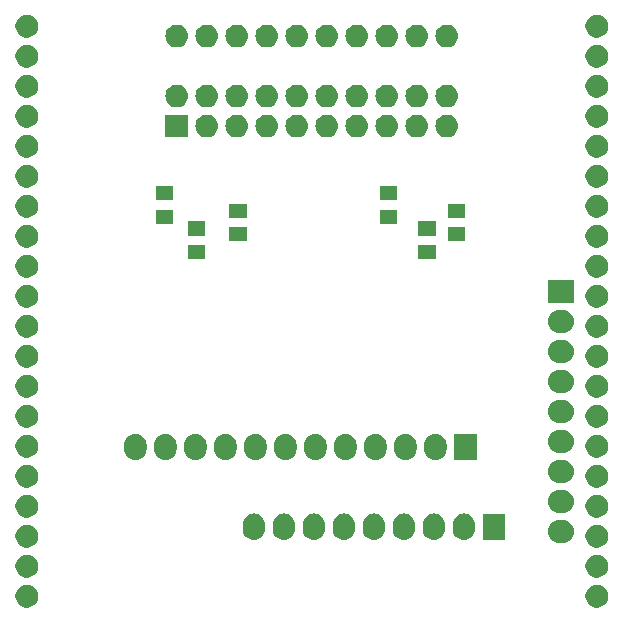
<source format=gbs>
G04 #@! TF.FileFunction,Soldermask,Bot*
%FSLAX46Y46*%
G04 Gerber Fmt 4.6, Leading zero omitted, Abs format (unit mm)*
G04 Created by KiCad (PCBNEW 4.0.2-stable) date Tue 04 Oct 2016 01:03:21 PM CEST*
%MOMM*%
G01*
G04 APERTURE LIST*
%ADD10C,0.100000*%
G04 APERTURE END LIST*
D10*
G36*
X75971211Y-123167040D02*
X76156325Y-123205039D01*
X76330528Y-123278267D01*
X76487194Y-123383939D01*
X76620352Y-123518031D01*
X76724929Y-123675430D01*
X76796937Y-123850137D01*
X76833575Y-124035170D01*
X76833575Y-124035180D01*
X76833641Y-124035514D01*
X76830627Y-124251355D01*
X76830551Y-124251689D01*
X76830551Y-124251701D01*
X76788764Y-124435630D01*
X76711901Y-124608266D01*
X76602969Y-124762685D01*
X76466123Y-124893003D01*
X76306570Y-124994258D01*
X76130385Y-125062597D01*
X75944287Y-125095410D01*
X75755356Y-125091453D01*
X75570786Y-125050873D01*
X75397623Y-124975220D01*
X75242449Y-124867371D01*
X75111176Y-124731433D01*
X75008811Y-124572594D01*
X74939245Y-124396892D01*
X74905131Y-124211019D01*
X74907770Y-124022067D01*
X74947058Y-123837228D01*
X75021504Y-123663535D01*
X75128267Y-123507612D01*
X75263284Y-123375393D01*
X75421407Y-123271920D01*
X75596619Y-123201130D01*
X75782240Y-123165721D01*
X75971211Y-123167040D01*
X75971211Y-123167040D01*
G37*
G36*
X124231211Y-123167040D02*
X124416325Y-123205039D01*
X124590528Y-123278267D01*
X124747194Y-123383939D01*
X124880352Y-123518031D01*
X124984929Y-123675430D01*
X125056937Y-123850137D01*
X125093575Y-124035170D01*
X125093575Y-124035180D01*
X125093641Y-124035514D01*
X125090627Y-124251355D01*
X125090551Y-124251689D01*
X125090551Y-124251701D01*
X125048764Y-124435630D01*
X124971901Y-124608266D01*
X124862969Y-124762685D01*
X124726123Y-124893003D01*
X124566570Y-124994258D01*
X124390385Y-125062597D01*
X124204287Y-125095410D01*
X124015356Y-125091453D01*
X123830786Y-125050873D01*
X123657623Y-124975220D01*
X123502449Y-124867371D01*
X123371176Y-124731433D01*
X123268811Y-124572594D01*
X123199245Y-124396892D01*
X123165131Y-124211019D01*
X123167770Y-124022067D01*
X123207058Y-123837228D01*
X123281504Y-123663535D01*
X123388267Y-123507612D01*
X123523284Y-123375393D01*
X123681407Y-123271920D01*
X123856619Y-123201130D01*
X124042240Y-123165721D01*
X124231211Y-123167040D01*
X124231211Y-123167040D01*
G37*
G36*
X75971211Y-120627040D02*
X76156325Y-120665039D01*
X76330528Y-120738267D01*
X76487194Y-120843939D01*
X76620352Y-120978031D01*
X76724929Y-121135430D01*
X76796937Y-121310137D01*
X76833575Y-121495170D01*
X76833575Y-121495180D01*
X76833641Y-121495514D01*
X76830627Y-121711355D01*
X76830551Y-121711689D01*
X76830551Y-121711701D01*
X76788764Y-121895630D01*
X76711901Y-122068266D01*
X76602969Y-122222685D01*
X76466123Y-122353003D01*
X76306570Y-122454258D01*
X76130385Y-122522597D01*
X75944287Y-122555410D01*
X75755356Y-122551453D01*
X75570786Y-122510873D01*
X75397623Y-122435220D01*
X75242449Y-122327371D01*
X75111176Y-122191433D01*
X75008811Y-122032594D01*
X74939245Y-121856892D01*
X74905131Y-121671019D01*
X74907770Y-121482067D01*
X74947058Y-121297228D01*
X75021504Y-121123535D01*
X75128267Y-120967612D01*
X75263284Y-120835393D01*
X75421407Y-120731920D01*
X75596619Y-120661130D01*
X75782240Y-120625721D01*
X75971211Y-120627040D01*
X75971211Y-120627040D01*
G37*
G36*
X124231211Y-120627040D02*
X124416325Y-120665039D01*
X124590528Y-120738267D01*
X124747194Y-120843939D01*
X124880352Y-120978031D01*
X124984929Y-121135430D01*
X125056937Y-121310137D01*
X125093575Y-121495170D01*
X125093575Y-121495180D01*
X125093641Y-121495514D01*
X125090627Y-121711355D01*
X125090551Y-121711689D01*
X125090551Y-121711701D01*
X125048764Y-121895630D01*
X124971901Y-122068266D01*
X124862969Y-122222685D01*
X124726123Y-122353003D01*
X124566570Y-122454258D01*
X124390385Y-122522597D01*
X124204287Y-122555410D01*
X124015356Y-122551453D01*
X123830786Y-122510873D01*
X123657623Y-122435220D01*
X123502449Y-122327371D01*
X123371176Y-122191433D01*
X123268811Y-122032594D01*
X123199245Y-121856892D01*
X123165131Y-121671019D01*
X123167770Y-121482067D01*
X123207058Y-121297228D01*
X123281504Y-121123535D01*
X123388267Y-120967612D01*
X123523284Y-120835393D01*
X123681407Y-120731920D01*
X123856619Y-120661130D01*
X124042240Y-120625721D01*
X124231211Y-120627040D01*
X124231211Y-120627040D01*
G37*
G36*
X75971211Y-118087040D02*
X76156325Y-118125039D01*
X76330528Y-118198267D01*
X76487194Y-118303939D01*
X76620352Y-118438031D01*
X76724929Y-118595430D01*
X76796937Y-118770137D01*
X76833575Y-118955170D01*
X76833575Y-118955180D01*
X76833641Y-118955514D01*
X76830627Y-119171355D01*
X76830551Y-119171689D01*
X76830551Y-119171701D01*
X76788764Y-119355630D01*
X76711901Y-119528266D01*
X76602969Y-119682685D01*
X76466123Y-119813003D01*
X76306570Y-119914258D01*
X76130385Y-119982597D01*
X75944287Y-120015410D01*
X75755356Y-120011453D01*
X75570786Y-119970873D01*
X75397623Y-119895220D01*
X75242449Y-119787371D01*
X75111176Y-119651433D01*
X75008811Y-119492594D01*
X74939245Y-119316892D01*
X74905131Y-119131019D01*
X74907770Y-118942067D01*
X74947058Y-118757228D01*
X75021504Y-118583535D01*
X75128267Y-118427612D01*
X75263284Y-118295393D01*
X75421407Y-118191920D01*
X75596619Y-118121130D01*
X75782240Y-118085721D01*
X75971211Y-118087040D01*
X75971211Y-118087040D01*
G37*
G36*
X124231211Y-118087040D02*
X124416325Y-118125039D01*
X124590528Y-118198267D01*
X124747194Y-118303939D01*
X124880352Y-118438031D01*
X124984929Y-118595430D01*
X125056937Y-118770137D01*
X125093575Y-118955170D01*
X125093575Y-118955180D01*
X125093641Y-118955514D01*
X125090627Y-119171355D01*
X125090551Y-119171689D01*
X125090551Y-119171701D01*
X125048764Y-119355630D01*
X124971901Y-119528266D01*
X124862969Y-119682685D01*
X124726123Y-119813003D01*
X124566570Y-119914258D01*
X124390385Y-119982597D01*
X124204287Y-120015410D01*
X124015356Y-120011453D01*
X123830786Y-119970873D01*
X123657623Y-119895220D01*
X123502449Y-119787371D01*
X123371176Y-119651433D01*
X123268811Y-119492594D01*
X123199245Y-119316892D01*
X123165131Y-119131019D01*
X123167770Y-118942067D01*
X123207058Y-118757228D01*
X123281504Y-118583535D01*
X123388267Y-118427612D01*
X123523284Y-118295393D01*
X123681407Y-118191920D01*
X123856619Y-118121130D01*
X124042240Y-118085721D01*
X124231211Y-118087040D01*
X124231211Y-118087040D01*
G37*
G36*
X121265058Y-117696451D02*
X121271254Y-117696494D01*
X121458144Y-117717457D01*
X121637402Y-117774321D01*
X121802202Y-117864921D01*
X121946266Y-117985804D01*
X122064106Y-118132368D01*
X122151234Y-118299029D01*
X122204332Y-118479439D01*
X122204336Y-118479478D01*
X122204338Y-118479486D01*
X122221379Y-118666725D01*
X122201726Y-118853710D01*
X122201723Y-118853719D01*
X122201719Y-118853759D01*
X122146107Y-119033410D01*
X122056661Y-119198838D01*
X121936786Y-119343742D01*
X121791048Y-119462603D01*
X121624999Y-119550893D01*
X121444964Y-119605248D01*
X121257800Y-119623600D01*
X120942165Y-119623600D01*
X120934942Y-119623549D01*
X120928746Y-119623506D01*
X120741856Y-119602543D01*
X120562598Y-119545679D01*
X120397798Y-119455079D01*
X120253734Y-119334196D01*
X120135894Y-119187632D01*
X120048766Y-119020971D01*
X119995668Y-118840561D01*
X119995664Y-118840522D01*
X119995662Y-118840514D01*
X119978621Y-118653275D01*
X119998274Y-118466290D01*
X119998277Y-118466281D01*
X119998281Y-118466241D01*
X120053893Y-118286590D01*
X120143339Y-118121162D01*
X120263214Y-117976258D01*
X120408952Y-117857397D01*
X120575001Y-117769107D01*
X120755036Y-117714752D01*
X120942200Y-117696400D01*
X121257835Y-117696400D01*
X121265058Y-117696451D01*
X121265058Y-117696451D01*
G37*
G36*
X97833710Y-117148274D02*
X97833719Y-117148277D01*
X97833759Y-117148281D01*
X98013410Y-117203893D01*
X98178838Y-117293339D01*
X98323742Y-117413214D01*
X98442603Y-117558952D01*
X98530893Y-117725001D01*
X98585248Y-117905036D01*
X98603600Y-118092200D01*
X98603600Y-118407800D01*
X98603506Y-118421254D01*
X98582543Y-118608144D01*
X98525679Y-118787402D01*
X98435079Y-118952202D01*
X98314196Y-119096266D01*
X98167632Y-119214106D01*
X98000971Y-119301234D01*
X97820561Y-119354332D01*
X97820522Y-119354336D01*
X97820514Y-119354338D01*
X97633275Y-119371379D01*
X97446290Y-119351726D01*
X97446281Y-119351723D01*
X97446241Y-119351719D01*
X97266590Y-119296107D01*
X97101162Y-119206661D01*
X96956258Y-119086786D01*
X96837397Y-118941048D01*
X96749107Y-118774999D01*
X96694752Y-118594964D01*
X96676400Y-118407800D01*
X96676400Y-118092200D01*
X96676494Y-118078746D01*
X96697457Y-117891856D01*
X96754321Y-117712598D01*
X96844921Y-117547798D01*
X96965804Y-117403734D01*
X97112368Y-117285894D01*
X97279029Y-117198766D01*
X97459439Y-117145668D01*
X97459478Y-117145664D01*
X97459486Y-117145662D01*
X97646725Y-117128621D01*
X97833710Y-117148274D01*
X97833710Y-117148274D01*
G37*
G36*
X102913710Y-117148274D02*
X102913719Y-117148277D01*
X102913759Y-117148281D01*
X103093410Y-117203893D01*
X103258838Y-117293339D01*
X103403742Y-117413214D01*
X103522603Y-117558952D01*
X103610893Y-117725001D01*
X103665248Y-117905036D01*
X103683600Y-118092200D01*
X103683600Y-118407800D01*
X103683506Y-118421254D01*
X103662543Y-118608144D01*
X103605679Y-118787402D01*
X103515079Y-118952202D01*
X103394196Y-119096266D01*
X103247632Y-119214106D01*
X103080971Y-119301234D01*
X102900561Y-119354332D01*
X102900522Y-119354336D01*
X102900514Y-119354338D01*
X102713275Y-119371379D01*
X102526290Y-119351726D01*
X102526281Y-119351723D01*
X102526241Y-119351719D01*
X102346590Y-119296107D01*
X102181162Y-119206661D01*
X102036258Y-119086786D01*
X101917397Y-118941048D01*
X101829107Y-118774999D01*
X101774752Y-118594964D01*
X101756400Y-118407800D01*
X101756400Y-118092200D01*
X101756494Y-118078746D01*
X101777457Y-117891856D01*
X101834321Y-117712598D01*
X101924921Y-117547798D01*
X102045804Y-117403734D01*
X102192368Y-117285894D01*
X102359029Y-117198766D01*
X102539439Y-117145668D01*
X102539478Y-117145664D01*
X102539486Y-117145662D01*
X102726725Y-117128621D01*
X102913710Y-117148274D01*
X102913710Y-117148274D01*
G37*
G36*
X105453710Y-117148274D02*
X105453719Y-117148277D01*
X105453759Y-117148281D01*
X105633410Y-117203893D01*
X105798838Y-117293339D01*
X105943742Y-117413214D01*
X106062603Y-117558952D01*
X106150893Y-117725001D01*
X106205248Y-117905036D01*
X106223600Y-118092200D01*
X106223600Y-118407800D01*
X106223506Y-118421254D01*
X106202543Y-118608144D01*
X106145679Y-118787402D01*
X106055079Y-118952202D01*
X105934196Y-119096266D01*
X105787632Y-119214106D01*
X105620971Y-119301234D01*
X105440561Y-119354332D01*
X105440522Y-119354336D01*
X105440514Y-119354338D01*
X105253275Y-119371379D01*
X105066290Y-119351726D01*
X105066281Y-119351723D01*
X105066241Y-119351719D01*
X104886590Y-119296107D01*
X104721162Y-119206661D01*
X104576258Y-119086786D01*
X104457397Y-118941048D01*
X104369107Y-118774999D01*
X104314752Y-118594964D01*
X104296400Y-118407800D01*
X104296400Y-118092200D01*
X104296494Y-118078746D01*
X104317457Y-117891856D01*
X104374321Y-117712598D01*
X104464921Y-117547798D01*
X104585804Y-117403734D01*
X104732368Y-117285894D01*
X104899029Y-117198766D01*
X105079439Y-117145668D01*
X105079478Y-117145664D01*
X105079486Y-117145662D01*
X105266725Y-117128621D01*
X105453710Y-117148274D01*
X105453710Y-117148274D01*
G37*
G36*
X107993710Y-117148274D02*
X107993719Y-117148277D01*
X107993759Y-117148281D01*
X108173410Y-117203893D01*
X108338838Y-117293339D01*
X108483742Y-117413214D01*
X108602603Y-117558952D01*
X108690893Y-117725001D01*
X108745248Y-117905036D01*
X108763600Y-118092200D01*
X108763600Y-118407800D01*
X108763506Y-118421254D01*
X108742543Y-118608144D01*
X108685679Y-118787402D01*
X108595079Y-118952202D01*
X108474196Y-119096266D01*
X108327632Y-119214106D01*
X108160971Y-119301234D01*
X107980561Y-119354332D01*
X107980522Y-119354336D01*
X107980514Y-119354338D01*
X107793275Y-119371379D01*
X107606290Y-119351726D01*
X107606281Y-119351723D01*
X107606241Y-119351719D01*
X107426590Y-119296107D01*
X107261162Y-119206661D01*
X107116258Y-119086786D01*
X106997397Y-118941048D01*
X106909107Y-118774999D01*
X106854752Y-118594964D01*
X106836400Y-118407800D01*
X106836400Y-118092200D01*
X106836494Y-118078746D01*
X106857457Y-117891856D01*
X106914321Y-117712598D01*
X107004921Y-117547798D01*
X107125804Y-117403734D01*
X107272368Y-117285894D01*
X107439029Y-117198766D01*
X107619439Y-117145668D01*
X107619478Y-117145664D01*
X107619486Y-117145662D01*
X107806725Y-117128621D01*
X107993710Y-117148274D01*
X107993710Y-117148274D01*
G37*
G36*
X110533710Y-117148274D02*
X110533719Y-117148277D01*
X110533759Y-117148281D01*
X110713410Y-117203893D01*
X110878838Y-117293339D01*
X111023742Y-117413214D01*
X111142603Y-117558952D01*
X111230893Y-117725001D01*
X111285248Y-117905036D01*
X111303600Y-118092200D01*
X111303600Y-118407800D01*
X111303506Y-118421254D01*
X111282543Y-118608144D01*
X111225679Y-118787402D01*
X111135079Y-118952202D01*
X111014196Y-119096266D01*
X110867632Y-119214106D01*
X110700971Y-119301234D01*
X110520561Y-119354332D01*
X110520522Y-119354336D01*
X110520514Y-119354338D01*
X110333275Y-119371379D01*
X110146290Y-119351726D01*
X110146281Y-119351723D01*
X110146241Y-119351719D01*
X109966590Y-119296107D01*
X109801162Y-119206661D01*
X109656258Y-119086786D01*
X109537397Y-118941048D01*
X109449107Y-118774999D01*
X109394752Y-118594964D01*
X109376400Y-118407800D01*
X109376400Y-118092200D01*
X109376494Y-118078746D01*
X109397457Y-117891856D01*
X109454321Y-117712598D01*
X109544921Y-117547798D01*
X109665804Y-117403734D01*
X109812368Y-117285894D01*
X109979029Y-117198766D01*
X110159439Y-117145668D01*
X110159478Y-117145664D01*
X110159486Y-117145662D01*
X110346725Y-117128621D01*
X110533710Y-117148274D01*
X110533710Y-117148274D01*
G37*
G36*
X113073710Y-117148274D02*
X113073719Y-117148277D01*
X113073759Y-117148281D01*
X113253410Y-117203893D01*
X113418838Y-117293339D01*
X113563742Y-117413214D01*
X113682603Y-117558952D01*
X113770893Y-117725001D01*
X113825248Y-117905036D01*
X113843600Y-118092200D01*
X113843600Y-118407800D01*
X113843506Y-118421254D01*
X113822543Y-118608144D01*
X113765679Y-118787402D01*
X113675079Y-118952202D01*
X113554196Y-119096266D01*
X113407632Y-119214106D01*
X113240971Y-119301234D01*
X113060561Y-119354332D01*
X113060522Y-119354336D01*
X113060514Y-119354338D01*
X112873275Y-119371379D01*
X112686290Y-119351726D01*
X112686281Y-119351723D01*
X112686241Y-119351719D01*
X112506590Y-119296107D01*
X112341162Y-119206661D01*
X112196258Y-119086786D01*
X112077397Y-118941048D01*
X111989107Y-118774999D01*
X111934752Y-118594964D01*
X111916400Y-118407800D01*
X111916400Y-118092200D01*
X111916494Y-118078746D01*
X111937457Y-117891856D01*
X111994321Y-117712598D01*
X112084921Y-117547798D01*
X112205804Y-117403734D01*
X112352368Y-117285894D01*
X112519029Y-117198766D01*
X112699439Y-117145668D01*
X112699478Y-117145664D01*
X112699486Y-117145662D01*
X112886725Y-117128621D01*
X113073710Y-117148274D01*
X113073710Y-117148274D01*
G37*
G36*
X95293710Y-117148274D02*
X95293719Y-117148277D01*
X95293759Y-117148281D01*
X95473410Y-117203893D01*
X95638838Y-117293339D01*
X95783742Y-117413214D01*
X95902603Y-117558952D01*
X95990893Y-117725001D01*
X96045248Y-117905036D01*
X96063600Y-118092200D01*
X96063600Y-118407800D01*
X96063506Y-118421254D01*
X96042543Y-118608144D01*
X95985679Y-118787402D01*
X95895079Y-118952202D01*
X95774196Y-119096266D01*
X95627632Y-119214106D01*
X95460971Y-119301234D01*
X95280561Y-119354332D01*
X95280522Y-119354336D01*
X95280514Y-119354338D01*
X95093275Y-119371379D01*
X94906290Y-119351726D01*
X94906281Y-119351723D01*
X94906241Y-119351719D01*
X94726590Y-119296107D01*
X94561162Y-119206661D01*
X94416258Y-119086786D01*
X94297397Y-118941048D01*
X94209107Y-118774999D01*
X94154752Y-118594964D01*
X94136400Y-118407800D01*
X94136400Y-118092200D01*
X94136494Y-118078746D01*
X94157457Y-117891856D01*
X94214321Y-117712598D01*
X94304921Y-117547798D01*
X94425804Y-117403734D01*
X94572368Y-117285894D01*
X94739029Y-117198766D01*
X94919439Y-117145668D01*
X94919478Y-117145664D01*
X94919486Y-117145662D01*
X95106725Y-117128621D01*
X95293710Y-117148274D01*
X95293710Y-117148274D01*
G37*
G36*
X100373710Y-117148274D02*
X100373719Y-117148277D01*
X100373759Y-117148281D01*
X100553410Y-117203893D01*
X100718838Y-117293339D01*
X100863742Y-117413214D01*
X100982603Y-117558952D01*
X101070893Y-117725001D01*
X101125248Y-117905036D01*
X101143600Y-118092200D01*
X101143600Y-118407800D01*
X101143506Y-118421254D01*
X101122543Y-118608144D01*
X101065679Y-118787402D01*
X100975079Y-118952202D01*
X100854196Y-119096266D01*
X100707632Y-119214106D01*
X100540971Y-119301234D01*
X100360561Y-119354332D01*
X100360522Y-119354336D01*
X100360514Y-119354338D01*
X100173275Y-119371379D01*
X99986290Y-119351726D01*
X99986281Y-119351723D01*
X99986241Y-119351719D01*
X99806590Y-119296107D01*
X99641162Y-119206661D01*
X99496258Y-119086786D01*
X99377397Y-118941048D01*
X99289107Y-118774999D01*
X99234752Y-118594964D01*
X99216400Y-118407800D01*
X99216400Y-118092200D01*
X99216494Y-118078746D01*
X99237457Y-117891856D01*
X99294321Y-117712598D01*
X99384921Y-117547798D01*
X99505804Y-117403734D01*
X99652368Y-117285894D01*
X99819029Y-117198766D01*
X99999439Y-117145668D01*
X99999478Y-117145664D01*
X99999486Y-117145662D01*
X100186725Y-117128621D01*
X100373710Y-117148274D01*
X100373710Y-117148274D01*
G37*
G36*
X116383600Y-119366000D02*
X114456400Y-119366000D01*
X114456400Y-117134000D01*
X116383600Y-117134000D01*
X116383600Y-119366000D01*
X116383600Y-119366000D01*
G37*
G36*
X75971211Y-115547040D02*
X76156325Y-115585039D01*
X76330528Y-115658267D01*
X76487194Y-115763939D01*
X76620352Y-115898031D01*
X76724929Y-116055430D01*
X76796937Y-116230137D01*
X76833575Y-116415170D01*
X76833575Y-116415180D01*
X76833641Y-116415514D01*
X76830627Y-116631355D01*
X76830551Y-116631689D01*
X76830551Y-116631701D01*
X76788764Y-116815630D01*
X76711901Y-116988266D01*
X76602969Y-117142685D01*
X76466123Y-117273003D01*
X76306570Y-117374258D01*
X76130385Y-117442597D01*
X75944287Y-117475410D01*
X75755356Y-117471453D01*
X75570786Y-117430873D01*
X75397623Y-117355220D01*
X75242449Y-117247371D01*
X75111176Y-117111433D01*
X75008811Y-116952594D01*
X74939245Y-116776892D01*
X74905131Y-116591019D01*
X74907770Y-116402067D01*
X74947058Y-116217228D01*
X75021504Y-116043535D01*
X75128267Y-115887612D01*
X75263284Y-115755393D01*
X75421407Y-115651920D01*
X75596619Y-115581130D01*
X75782240Y-115545721D01*
X75971211Y-115547040D01*
X75971211Y-115547040D01*
G37*
G36*
X124231211Y-115547040D02*
X124416325Y-115585039D01*
X124590528Y-115658267D01*
X124747194Y-115763939D01*
X124880352Y-115898031D01*
X124984929Y-116055430D01*
X125056937Y-116230137D01*
X125093575Y-116415170D01*
X125093575Y-116415180D01*
X125093641Y-116415514D01*
X125090627Y-116631355D01*
X125090551Y-116631689D01*
X125090551Y-116631701D01*
X125048764Y-116815630D01*
X124971901Y-116988266D01*
X124862969Y-117142685D01*
X124726123Y-117273003D01*
X124566570Y-117374258D01*
X124390385Y-117442597D01*
X124204287Y-117475410D01*
X124015356Y-117471453D01*
X123830786Y-117430873D01*
X123657623Y-117355220D01*
X123502449Y-117247371D01*
X123371176Y-117111433D01*
X123268811Y-116952594D01*
X123199245Y-116776892D01*
X123165131Y-116591019D01*
X123167770Y-116402067D01*
X123207058Y-116217228D01*
X123281504Y-116043535D01*
X123388267Y-115887612D01*
X123523284Y-115755393D01*
X123681407Y-115651920D01*
X123856619Y-115581130D01*
X124042240Y-115545721D01*
X124231211Y-115547040D01*
X124231211Y-115547040D01*
G37*
G36*
X121265058Y-115156451D02*
X121271254Y-115156494D01*
X121458144Y-115177457D01*
X121637402Y-115234321D01*
X121802202Y-115324921D01*
X121946266Y-115445804D01*
X122064106Y-115592368D01*
X122151234Y-115759029D01*
X122204332Y-115939439D01*
X122204336Y-115939478D01*
X122204338Y-115939486D01*
X122221379Y-116126725D01*
X122201726Y-116313710D01*
X122201723Y-116313719D01*
X122201719Y-116313759D01*
X122146107Y-116493410D01*
X122056661Y-116658838D01*
X121936786Y-116803742D01*
X121791048Y-116922603D01*
X121624999Y-117010893D01*
X121444964Y-117065248D01*
X121257800Y-117083600D01*
X120942165Y-117083600D01*
X120934942Y-117083549D01*
X120928746Y-117083506D01*
X120741856Y-117062543D01*
X120562598Y-117005679D01*
X120397798Y-116915079D01*
X120253734Y-116794196D01*
X120135894Y-116647632D01*
X120048766Y-116480971D01*
X119995668Y-116300561D01*
X119995664Y-116300522D01*
X119995662Y-116300514D01*
X119978621Y-116113275D01*
X119998274Y-115926290D01*
X119998277Y-115926281D01*
X119998281Y-115926241D01*
X120053893Y-115746590D01*
X120143339Y-115581162D01*
X120263214Y-115436258D01*
X120408952Y-115317397D01*
X120575001Y-115229107D01*
X120755036Y-115174752D01*
X120942200Y-115156400D01*
X121257835Y-115156400D01*
X121265058Y-115156451D01*
X121265058Y-115156451D01*
G37*
G36*
X75971211Y-113007040D02*
X76156325Y-113045039D01*
X76330528Y-113118267D01*
X76487194Y-113223939D01*
X76620352Y-113358031D01*
X76724929Y-113515430D01*
X76796937Y-113690137D01*
X76833575Y-113875170D01*
X76833575Y-113875180D01*
X76833641Y-113875514D01*
X76830627Y-114091355D01*
X76830551Y-114091689D01*
X76830551Y-114091701D01*
X76788764Y-114275630D01*
X76711901Y-114448266D01*
X76602969Y-114602685D01*
X76466123Y-114733003D01*
X76306570Y-114834258D01*
X76130385Y-114902597D01*
X75944287Y-114935410D01*
X75755356Y-114931453D01*
X75570786Y-114890873D01*
X75397623Y-114815220D01*
X75242449Y-114707371D01*
X75111176Y-114571433D01*
X75008811Y-114412594D01*
X74939245Y-114236892D01*
X74905131Y-114051019D01*
X74907770Y-113862067D01*
X74947058Y-113677228D01*
X75021504Y-113503535D01*
X75128267Y-113347612D01*
X75263284Y-113215393D01*
X75421407Y-113111920D01*
X75596619Y-113041130D01*
X75782240Y-113005721D01*
X75971211Y-113007040D01*
X75971211Y-113007040D01*
G37*
G36*
X124231211Y-113007040D02*
X124416325Y-113045039D01*
X124590528Y-113118267D01*
X124747194Y-113223939D01*
X124880352Y-113358031D01*
X124984929Y-113515430D01*
X125056937Y-113690137D01*
X125093575Y-113875170D01*
X125093575Y-113875180D01*
X125093641Y-113875514D01*
X125090627Y-114091355D01*
X125090551Y-114091689D01*
X125090551Y-114091701D01*
X125048764Y-114275630D01*
X124971901Y-114448266D01*
X124862969Y-114602685D01*
X124726123Y-114733003D01*
X124566570Y-114834258D01*
X124390385Y-114902597D01*
X124204287Y-114935410D01*
X124015356Y-114931453D01*
X123830786Y-114890873D01*
X123657623Y-114815220D01*
X123502449Y-114707371D01*
X123371176Y-114571433D01*
X123268811Y-114412594D01*
X123199245Y-114236892D01*
X123165131Y-114051019D01*
X123167770Y-113862067D01*
X123207058Y-113677228D01*
X123281504Y-113503535D01*
X123388267Y-113347612D01*
X123523284Y-113215393D01*
X123681407Y-113111920D01*
X123856619Y-113041130D01*
X124042240Y-113005721D01*
X124231211Y-113007040D01*
X124231211Y-113007040D01*
G37*
G36*
X121265058Y-112616451D02*
X121271254Y-112616494D01*
X121458144Y-112637457D01*
X121637402Y-112694321D01*
X121802202Y-112784921D01*
X121946266Y-112905804D01*
X122064106Y-113052368D01*
X122151234Y-113219029D01*
X122204332Y-113399439D01*
X122204336Y-113399478D01*
X122204338Y-113399486D01*
X122221379Y-113586725D01*
X122201726Y-113773710D01*
X122201723Y-113773719D01*
X122201719Y-113773759D01*
X122146107Y-113953410D01*
X122056661Y-114118838D01*
X121936786Y-114263742D01*
X121791048Y-114382603D01*
X121624999Y-114470893D01*
X121444964Y-114525248D01*
X121257800Y-114543600D01*
X120942165Y-114543600D01*
X120934942Y-114543549D01*
X120928746Y-114543506D01*
X120741856Y-114522543D01*
X120562598Y-114465679D01*
X120397798Y-114375079D01*
X120253734Y-114254196D01*
X120135894Y-114107632D01*
X120048766Y-113940971D01*
X119995668Y-113760561D01*
X119995664Y-113760522D01*
X119995662Y-113760514D01*
X119978621Y-113573275D01*
X119998274Y-113386290D01*
X119998277Y-113386281D01*
X119998281Y-113386241D01*
X120053893Y-113206590D01*
X120143339Y-113041162D01*
X120263214Y-112896258D01*
X120408952Y-112777397D01*
X120575001Y-112689107D01*
X120755036Y-112634752D01*
X120942200Y-112616400D01*
X121257835Y-112616400D01*
X121265058Y-112616451D01*
X121265058Y-112616451D01*
G37*
G36*
X100483710Y-110398274D02*
X100483719Y-110398277D01*
X100483759Y-110398281D01*
X100663410Y-110453893D01*
X100828838Y-110543339D01*
X100973742Y-110663214D01*
X101092603Y-110808952D01*
X101180893Y-110975001D01*
X101235248Y-111155036D01*
X101253600Y-111342200D01*
X101253600Y-111657800D01*
X101253506Y-111671254D01*
X101232543Y-111858144D01*
X101175679Y-112037402D01*
X101085079Y-112202202D01*
X100964196Y-112346266D01*
X100817632Y-112464106D01*
X100650971Y-112551234D01*
X100470561Y-112604332D01*
X100470522Y-112604336D01*
X100470514Y-112604338D01*
X100283275Y-112621379D01*
X100096290Y-112601726D01*
X100096281Y-112601723D01*
X100096241Y-112601719D01*
X99916590Y-112546107D01*
X99751162Y-112456661D01*
X99606258Y-112336786D01*
X99487397Y-112191048D01*
X99399107Y-112024999D01*
X99344752Y-111844964D01*
X99326400Y-111657800D01*
X99326400Y-111342200D01*
X99326494Y-111328746D01*
X99347457Y-111141856D01*
X99404321Y-110962598D01*
X99494921Y-110797798D01*
X99615804Y-110653734D01*
X99762368Y-110535894D01*
X99929029Y-110448766D01*
X100109439Y-110395668D01*
X100109478Y-110395664D01*
X100109486Y-110395662D01*
X100296725Y-110378621D01*
X100483710Y-110398274D01*
X100483710Y-110398274D01*
G37*
G36*
X108103710Y-110398274D02*
X108103719Y-110398277D01*
X108103759Y-110398281D01*
X108283410Y-110453893D01*
X108448838Y-110543339D01*
X108593742Y-110663214D01*
X108712603Y-110808952D01*
X108800893Y-110975001D01*
X108855248Y-111155036D01*
X108873600Y-111342200D01*
X108873600Y-111657800D01*
X108873506Y-111671254D01*
X108852543Y-111858144D01*
X108795679Y-112037402D01*
X108705079Y-112202202D01*
X108584196Y-112346266D01*
X108437632Y-112464106D01*
X108270971Y-112551234D01*
X108090561Y-112604332D01*
X108090522Y-112604336D01*
X108090514Y-112604338D01*
X107903275Y-112621379D01*
X107716290Y-112601726D01*
X107716281Y-112601723D01*
X107716241Y-112601719D01*
X107536590Y-112546107D01*
X107371162Y-112456661D01*
X107226258Y-112336786D01*
X107107397Y-112191048D01*
X107019107Y-112024999D01*
X106964752Y-111844964D01*
X106946400Y-111657800D01*
X106946400Y-111342200D01*
X106946494Y-111328746D01*
X106967457Y-111141856D01*
X107024321Y-110962598D01*
X107114921Y-110797798D01*
X107235804Y-110653734D01*
X107382368Y-110535894D01*
X107549029Y-110448766D01*
X107729439Y-110395668D01*
X107729478Y-110395664D01*
X107729486Y-110395662D01*
X107916725Y-110378621D01*
X108103710Y-110398274D01*
X108103710Y-110398274D01*
G37*
G36*
X105563710Y-110398274D02*
X105563719Y-110398277D01*
X105563759Y-110398281D01*
X105743410Y-110453893D01*
X105908838Y-110543339D01*
X106053742Y-110663214D01*
X106172603Y-110808952D01*
X106260893Y-110975001D01*
X106315248Y-111155036D01*
X106333600Y-111342200D01*
X106333600Y-111657800D01*
X106333506Y-111671254D01*
X106312543Y-111858144D01*
X106255679Y-112037402D01*
X106165079Y-112202202D01*
X106044196Y-112346266D01*
X105897632Y-112464106D01*
X105730971Y-112551234D01*
X105550561Y-112604332D01*
X105550522Y-112604336D01*
X105550514Y-112604338D01*
X105363275Y-112621379D01*
X105176290Y-112601726D01*
X105176281Y-112601723D01*
X105176241Y-112601719D01*
X104996590Y-112546107D01*
X104831162Y-112456661D01*
X104686258Y-112336786D01*
X104567397Y-112191048D01*
X104479107Y-112024999D01*
X104424752Y-111844964D01*
X104406400Y-111657800D01*
X104406400Y-111342200D01*
X104406494Y-111328746D01*
X104427457Y-111141856D01*
X104484321Y-110962598D01*
X104574921Y-110797798D01*
X104695804Y-110653734D01*
X104842368Y-110535894D01*
X105009029Y-110448766D01*
X105189439Y-110395668D01*
X105189478Y-110395664D01*
X105189486Y-110395662D01*
X105376725Y-110378621D01*
X105563710Y-110398274D01*
X105563710Y-110398274D01*
G37*
G36*
X103023710Y-110398274D02*
X103023719Y-110398277D01*
X103023759Y-110398281D01*
X103203410Y-110453893D01*
X103368838Y-110543339D01*
X103513742Y-110663214D01*
X103632603Y-110808952D01*
X103720893Y-110975001D01*
X103775248Y-111155036D01*
X103793600Y-111342200D01*
X103793600Y-111657800D01*
X103793506Y-111671254D01*
X103772543Y-111858144D01*
X103715679Y-112037402D01*
X103625079Y-112202202D01*
X103504196Y-112346266D01*
X103357632Y-112464106D01*
X103190971Y-112551234D01*
X103010561Y-112604332D01*
X103010522Y-112604336D01*
X103010514Y-112604338D01*
X102823275Y-112621379D01*
X102636290Y-112601726D01*
X102636281Y-112601723D01*
X102636241Y-112601719D01*
X102456590Y-112546107D01*
X102291162Y-112456661D01*
X102146258Y-112336786D01*
X102027397Y-112191048D01*
X101939107Y-112024999D01*
X101884752Y-111844964D01*
X101866400Y-111657800D01*
X101866400Y-111342200D01*
X101866494Y-111328746D01*
X101887457Y-111141856D01*
X101944321Y-110962598D01*
X102034921Y-110797798D01*
X102155804Y-110653734D01*
X102302368Y-110535894D01*
X102469029Y-110448766D01*
X102649439Y-110395668D01*
X102649478Y-110395664D01*
X102649486Y-110395662D01*
X102836725Y-110378621D01*
X103023710Y-110398274D01*
X103023710Y-110398274D01*
G37*
G36*
X97943710Y-110398274D02*
X97943719Y-110398277D01*
X97943759Y-110398281D01*
X98123410Y-110453893D01*
X98288838Y-110543339D01*
X98433742Y-110663214D01*
X98552603Y-110808952D01*
X98640893Y-110975001D01*
X98695248Y-111155036D01*
X98713600Y-111342200D01*
X98713600Y-111657800D01*
X98713506Y-111671254D01*
X98692543Y-111858144D01*
X98635679Y-112037402D01*
X98545079Y-112202202D01*
X98424196Y-112346266D01*
X98277632Y-112464106D01*
X98110971Y-112551234D01*
X97930561Y-112604332D01*
X97930522Y-112604336D01*
X97930514Y-112604338D01*
X97743275Y-112621379D01*
X97556290Y-112601726D01*
X97556281Y-112601723D01*
X97556241Y-112601719D01*
X97376590Y-112546107D01*
X97211162Y-112456661D01*
X97066258Y-112336786D01*
X96947397Y-112191048D01*
X96859107Y-112024999D01*
X96804752Y-111844964D01*
X96786400Y-111657800D01*
X96786400Y-111342200D01*
X96786494Y-111328746D01*
X96807457Y-111141856D01*
X96864321Y-110962598D01*
X96954921Y-110797798D01*
X97075804Y-110653734D01*
X97222368Y-110535894D01*
X97389029Y-110448766D01*
X97569439Y-110395668D01*
X97569478Y-110395664D01*
X97569486Y-110395662D01*
X97756725Y-110378621D01*
X97943710Y-110398274D01*
X97943710Y-110398274D01*
G37*
G36*
X92863710Y-110398274D02*
X92863719Y-110398277D01*
X92863759Y-110398281D01*
X93043410Y-110453893D01*
X93208838Y-110543339D01*
X93353742Y-110663214D01*
X93472603Y-110808952D01*
X93560893Y-110975001D01*
X93615248Y-111155036D01*
X93633600Y-111342200D01*
X93633600Y-111657800D01*
X93633506Y-111671254D01*
X93612543Y-111858144D01*
X93555679Y-112037402D01*
X93465079Y-112202202D01*
X93344196Y-112346266D01*
X93197632Y-112464106D01*
X93030971Y-112551234D01*
X92850561Y-112604332D01*
X92850522Y-112604336D01*
X92850514Y-112604338D01*
X92663275Y-112621379D01*
X92476290Y-112601726D01*
X92476281Y-112601723D01*
X92476241Y-112601719D01*
X92296590Y-112546107D01*
X92131162Y-112456661D01*
X91986258Y-112336786D01*
X91867397Y-112191048D01*
X91779107Y-112024999D01*
X91724752Y-111844964D01*
X91706400Y-111657800D01*
X91706400Y-111342200D01*
X91706494Y-111328746D01*
X91727457Y-111141856D01*
X91784321Y-110962598D01*
X91874921Y-110797798D01*
X91995804Y-110653734D01*
X92142368Y-110535894D01*
X92309029Y-110448766D01*
X92489439Y-110395668D01*
X92489478Y-110395664D01*
X92489486Y-110395662D01*
X92676725Y-110378621D01*
X92863710Y-110398274D01*
X92863710Y-110398274D01*
G37*
G36*
X90323710Y-110398274D02*
X90323719Y-110398277D01*
X90323759Y-110398281D01*
X90503410Y-110453893D01*
X90668838Y-110543339D01*
X90813742Y-110663214D01*
X90932603Y-110808952D01*
X91020893Y-110975001D01*
X91075248Y-111155036D01*
X91093600Y-111342200D01*
X91093600Y-111657800D01*
X91093506Y-111671254D01*
X91072543Y-111858144D01*
X91015679Y-112037402D01*
X90925079Y-112202202D01*
X90804196Y-112346266D01*
X90657632Y-112464106D01*
X90490971Y-112551234D01*
X90310561Y-112604332D01*
X90310522Y-112604336D01*
X90310514Y-112604338D01*
X90123275Y-112621379D01*
X89936290Y-112601726D01*
X89936281Y-112601723D01*
X89936241Y-112601719D01*
X89756590Y-112546107D01*
X89591162Y-112456661D01*
X89446258Y-112336786D01*
X89327397Y-112191048D01*
X89239107Y-112024999D01*
X89184752Y-111844964D01*
X89166400Y-111657800D01*
X89166400Y-111342200D01*
X89166494Y-111328746D01*
X89187457Y-111141856D01*
X89244321Y-110962598D01*
X89334921Y-110797798D01*
X89455804Y-110653734D01*
X89602368Y-110535894D01*
X89769029Y-110448766D01*
X89949439Y-110395668D01*
X89949478Y-110395664D01*
X89949486Y-110395662D01*
X90136725Y-110378621D01*
X90323710Y-110398274D01*
X90323710Y-110398274D01*
G37*
G36*
X87783710Y-110398274D02*
X87783719Y-110398277D01*
X87783759Y-110398281D01*
X87963410Y-110453893D01*
X88128838Y-110543339D01*
X88273742Y-110663214D01*
X88392603Y-110808952D01*
X88480893Y-110975001D01*
X88535248Y-111155036D01*
X88553600Y-111342200D01*
X88553600Y-111657800D01*
X88553506Y-111671254D01*
X88532543Y-111858144D01*
X88475679Y-112037402D01*
X88385079Y-112202202D01*
X88264196Y-112346266D01*
X88117632Y-112464106D01*
X87950971Y-112551234D01*
X87770561Y-112604332D01*
X87770522Y-112604336D01*
X87770514Y-112604338D01*
X87583275Y-112621379D01*
X87396290Y-112601726D01*
X87396281Y-112601723D01*
X87396241Y-112601719D01*
X87216590Y-112546107D01*
X87051162Y-112456661D01*
X86906258Y-112336786D01*
X86787397Y-112191048D01*
X86699107Y-112024999D01*
X86644752Y-111844964D01*
X86626400Y-111657800D01*
X86626400Y-111342200D01*
X86626494Y-111328746D01*
X86647457Y-111141856D01*
X86704321Y-110962598D01*
X86794921Y-110797798D01*
X86915804Y-110653734D01*
X87062368Y-110535894D01*
X87229029Y-110448766D01*
X87409439Y-110395668D01*
X87409478Y-110395664D01*
X87409486Y-110395662D01*
X87596725Y-110378621D01*
X87783710Y-110398274D01*
X87783710Y-110398274D01*
G37*
G36*
X85243710Y-110398274D02*
X85243719Y-110398277D01*
X85243759Y-110398281D01*
X85423410Y-110453893D01*
X85588838Y-110543339D01*
X85733742Y-110663214D01*
X85852603Y-110808952D01*
X85940893Y-110975001D01*
X85995248Y-111155036D01*
X86013600Y-111342200D01*
X86013600Y-111657800D01*
X86013506Y-111671254D01*
X85992543Y-111858144D01*
X85935679Y-112037402D01*
X85845079Y-112202202D01*
X85724196Y-112346266D01*
X85577632Y-112464106D01*
X85410971Y-112551234D01*
X85230561Y-112604332D01*
X85230522Y-112604336D01*
X85230514Y-112604338D01*
X85043275Y-112621379D01*
X84856290Y-112601726D01*
X84856281Y-112601723D01*
X84856241Y-112601719D01*
X84676590Y-112546107D01*
X84511162Y-112456661D01*
X84366258Y-112336786D01*
X84247397Y-112191048D01*
X84159107Y-112024999D01*
X84104752Y-111844964D01*
X84086400Y-111657800D01*
X84086400Y-111342200D01*
X84086494Y-111328746D01*
X84107457Y-111141856D01*
X84164321Y-110962598D01*
X84254921Y-110797798D01*
X84375804Y-110653734D01*
X84522368Y-110535894D01*
X84689029Y-110448766D01*
X84869439Y-110395668D01*
X84869478Y-110395664D01*
X84869486Y-110395662D01*
X85056725Y-110378621D01*
X85243710Y-110398274D01*
X85243710Y-110398274D01*
G37*
G36*
X110643710Y-110398274D02*
X110643719Y-110398277D01*
X110643759Y-110398281D01*
X110823410Y-110453893D01*
X110988838Y-110543339D01*
X111133742Y-110663214D01*
X111252603Y-110808952D01*
X111340893Y-110975001D01*
X111395248Y-111155036D01*
X111413600Y-111342200D01*
X111413600Y-111657800D01*
X111413506Y-111671254D01*
X111392543Y-111858144D01*
X111335679Y-112037402D01*
X111245079Y-112202202D01*
X111124196Y-112346266D01*
X110977632Y-112464106D01*
X110810971Y-112551234D01*
X110630561Y-112604332D01*
X110630522Y-112604336D01*
X110630514Y-112604338D01*
X110443275Y-112621379D01*
X110256290Y-112601726D01*
X110256281Y-112601723D01*
X110256241Y-112601719D01*
X110076590Y-112546107D01*
X109911162Y-112456661D01*
X109766258Y-112336786D01*
X109647397Y-112191048D01*
X109559107Y-112024999D01*
X109504752Y-111844964D01*
X109486400Y-111657800D01*
X109486400Y-111342200D01*
X109486494Y-111328746D01*
X109507457Y-111141856D01*
X109564321Y-110962598D01*
X109654921Y-110797798D01*
X109775804Y-110653734D01*
X109922368Y-110535894D01*
X110089029Y-110448766D01*
X110269439Y-110395668D01*
X110269478Y-110395664D01*
X110269486Y-110395662D01*
X110456725Y-110378621D01*
X110643710Y-110398274D01*
X110643710Y-110398274D01*
G37*
G36*
X95403710Y-110398274D02*
X95403719Y-110398277D01*
X95403759Y-110398281D01*
X95583410Y-110453893D01*
X95748838Y-110543339D01*
X95893742Y-110663214D01*
X96012603Y-110808952D01*
X96100893Y-110975001D01*
X96155248Y-111155036D01*
X96173600Y-111342200D01*
X96173600Y-111657800D01*
X96173506Y-111671254D01*
X96152543Y-111858144D01*
X96095679Y-112037402D01*
X96005079Y-112202202D01*
X95884196Y-112346266D01*
X95737632Y-112464106D01*
X95570971Y-112551234D01*
X95390561Y-112604332D01*
X95390522Y-112604336D01*
X95390514Y-112604338D01*
X95203275Y-112621379D01*
X95016290Y-112601726D01*
X95016281Y-112601723D01*
X95016241Y-112601719D01*
X94836590Y-112546107D01*
X94671162Y-112456661D01*
X94526258Y-112336786D01*
X94407397Y-112191048D01*
X94319107Y-112024999D01*
X94264752Y-111844964D01*
X94246400Y-111657800D01*
X94246400Y-111342200D01*
X94246494Y-111328746D01*
X94267457Y-111141856D01*
X94324321Y-110962598D01*
X94414921Y-110797798D01*
X94535804Y-110653734D01*
X94682368Y-110535894D01*
X94849029Y-110448766D01*
X95029439Y-110395668D01*
X95029478Y-110395664D01*
X95029486Y-110395662D01*
X95216725Y-110378621D01*
X95403710Y-110398274D01*
X95403710Y-110398274D01*
G37*
G36*
X113953600Y-112616000D02*
X112026400Y-112616000D01*
X112026400Y-110384000D01*
X113953600Y-110384000D01*
X113953600Y-112616000D01*
X113953600Y-112616000D01*
G37*
G36*
X124231211Y-110467040D02*
X124416325Y-110505039D01*
X124590528Y-110578267D01*
X124747194Y-110683939D01*
X124880352Y-110818031D01*
X124984929Y-110975430D01*
X125056937Y-111150137D01*
X125093575Y-111335170D01*
X125093575Y-111335180D01*
X125093641Y-111335514D01*
X125090627Y-111551355D01*
X125090551Y-111551689D01*
X125090551Y-111551701D01*
X125048764Y-111735630D01*
X124971901Y-111908266D01*
X124862969Y-112062685D01*
X124726123Y-112193003D01*
X124566570Y-112294258D01*
X124390385Y-112362597D01*
X124204287Y-112395410D01*
X124015356Y-112391453D01*
X123830786Y-112350873D01*
X123657623Y-112275220D01*
X123502449Y-112167371D01*
X123371176Y-112031433D01*
X123268811Y-111872594D01*
X123199245Y-111696892D01*
X123165131Y-111511019D01*
X123167770Y-111322067D01*
X123207058Y-111137228D01*
X123281504Y-110963535D01*
X123388267Y-110807612D01*
X123523284Y-110675393D01*
X123681407Y-110571920D01*
X123856619Y-110501130D01*
X124042240Y-110465721D01*
X124231211Y-110467040D01*
X124231211Y-110467040D01*
G37*
G36*
X75971211Y-110467040D02*
X76156325Y-110505039D01*
X76330528Y-110578267D01*
X76487194Y-110683939D01*
X76620352Y-110818031D01*
X76724929Y-110975430D01*
X76796937Y-111150137D01*
X76833575Y-111335170D01*
X76833575Y-111335180D01*
X76833641Y-111335514D01*
X76830627Y-111551355D01*
X76830551Y-111551689D01*
X76830551Y-111551701D01*
X76788764Y-111735630D01*
X76711901Y-111908266D01*
X76602969Y-112062685D01*
X76466123Y-112193003D01*
X76306570Y-112294258D01*
X76130385Y-112362597D01*
X75944287Y-112395410D01*
X75755356Y-112391453D01*
X75570786Y-112350873D01*
X75397623Y-112275220D01*
X75242449Y-112167371D01*
X75111176Y-112031433D01*
X75008811Y-111872594D01*
X74939245Y-111696892D01*
X74905131Y-111511019D01*
X74907770Y-111322067D01*
X74947058Y-111137228D01*
X75021504Y-110963535D01*
X75128267Y-110807612D01*
X75263284Y-110675393D01*
X75421407Y-110571920D01*
X75596619Y-110501130D01*
X75782240Y-110465721D01*
X75971211Y-110467040D01*
X75971211Y-110467040D01*
G37*
G36*
X121265058Y-110076451D02*
X121271254Y-110076494D01*
X121458144Y-110097457D01*
X121637402Y-110154321D01*
X121802202Y-110244921D01*
X121946266Y-110365804D01*
X122064106Y-110512368D01*
X122151234Y-110679029D01*
X122204332Y-110859439D01*
X122204336Y-110859478D01*
X122204338Y-110859486D01*
X122221379Y-111046725D01*
X122201726Y-111233710D01*
X122201723Y-111233719D01*
X122201719Y-111233759D01*
X122146107Y-111413410D01*
X122056661Y-111578838D01*
X121936786Y-111723742D01*
X121791048Y-111842603D01*
X121624999Y-111930893D01*
X121444964Y-111985248D01*
X121257800Y-112003600D01*
X120942165Y-112003600D01*
X120934942Y-112003549D01*
X120928746Y-112003506D01*
X120741856Y-111982543D01*
X120562598Y-111925679D01*
X120397798Y-111835079D01*
X120253734Y-111714196D01*
X120135894Y-111567632D01*
X120048766Y-111400971D01*
X119995668Y-111220561D01*
X119995664Y-111220522D01*
X119995662Y-111220514D01*
X119978621Y-111033275D01*
X119998274Y-110846290D01*
X119998277Y-110846281D01*
X119998281Y-110846241D01*
X120053893Y-110666590D01*
X120143339Y-110501162D01*
X120263214Y-110356258D01*
X120408952Y-110237397D01*
X120575001Y-110149107D01*
X120755036Y-110094752D01*
X120942200Y-110076400D01*
X121257835Y-110076400D01*
X121265058Y-110076451D01*
X121265058Y-110076451D01*
G37*
G36*
X124231211Y-107927040D02*
X124416325Y-107965039D01*
X124590528Y-108038267D01*
X124747194Y-108143939D01*
X124880352Y-108278031D01*
X124984929Y-108435430D01*
X125056937Y-108610137D01*
X125093575Y-108795170D01*
X125093575Y-108795180D01*
X125093641Y-108795514D01*
X125090627Y-109011355D01*
X125090551Y-109011689D01*
X125090551Y-109011701D01*
X125048764Y-109195630D01*
X124971901Y-109368266D01*
X124862969Y-109522685D01*
X124726123Y-109653003D01*
X124566570Y-109754258D01*
X124390385Y-109822597D01*
X124204287Y-109855410D01*
X124015356Y-109851453D01*
X123830786Y-109810873D01*
X123657623Y-109735220D01*
X123502449Y-109627371D01*
X123371176Y-109491433D01*
X123268811Y-109332594D01*
X123199245Y-109156892D01*
X123165131Y-108971019D01*
X123167770Y-108782067D01*
X123207058Y-108597228D01*
X123281504Y-108423535D01*
X123388267Y-108267612D01*
X123523284Y-108135393D01*
X123681407Y-108031920D01*
X123856619Y-107961130D01*
X124042240Y-107925721D01*
X124231211Y-107927040D01*
X124231211Y-107927040D01*
G37*
G36*
X75971211Y-107927040D02*
X76156325Y-107965039D01*
X76330528Y-108038267D01*
X76487194Y-108143939D01*
X76620352Y-108278031D01*
X76724929Y-108435430D01*
X76796937Y-108610137D01*
X76833575Y-108795170D01*
X76833575Y-108795180D01*
X76833641Y-108795514D01*
X76830627Y-109011355D01*
X76830551Y-109011689D01*
X76830551Y-109011701D01*
X76788764Y-109195630D01*
X76711901Y-109368266D01*
X76602969Y-109522685D01*
X76466123Y-109653003D01*
X76306570Y-109754258D01*
X76130385Y-109822597D01*
X75944287Y-109855410D01*
X75755356Y-109851453D01*
X75570786Y-109810873D01*
X75397623Y-109735220D01*
X75242449Y-109627371D01*
X75111176Y-109491433D01*
X75008811Y-109332594D01*
X74939245Y-109156892D01*
X74905131Y-108971019D01*
X74907770Y-108782067D01*
X74947058Y-108597228D01*
X75021504Y-108423535D01*
X75128267Y-108267612D01*
X75263284Y-108135393D01*
X75421407Y-108031920D01*
X75596619Y-107961130D01*
X75782240Y-107925721D01*
X75971211Y-107927040D01*
X75971211Y-107927040D01*
G37*
G36*
X121265058Y-107536451D02*
X121271254Y-107536494D01*
X121458144Y-107557457D01*
X121637402Y-107614321D01*
X121802202Y-107704921D01*
X121946266Y-107825804D01*
X122064106Y-107972368D01*
X122151234Y-108139029D01*
X122204332Y-108319439D01*
X122204336Y-108319478D01*
X122204338Y-108319486D01*
X122221379Y-108506725D01*
X122201726Y-108693710D01*
X122201723Y-108693719D01*
X122201719Y-108693759D01*
X122146107Y-108873410D01*
X122056661Y-109038838D01*
X121936786Y-109183742D01*
X121791048Y-109302603D01*
X121624999Y-109390893D01*
X121444964Y-109445248D01*
X121257800Y-109463600D01*
X120942165Y-109463600D01*
X120934942Y-109463549D01*
X120928746Y-109463506D01*
X120741856Y-109442543D01*
X120562598Y-109385679D01*
X120397798Y-109295079D01*
X120253734Y-109174196D01*
X120135894Y-109027632D01*
X120048766Y-108860971D01*
X119995668Y-108680561D01*
X119995664Y-108680522D01*
X119995662Y-108680514D01*
X119978621Y-108493275D01*
X119998274Y-108306290D01*
X119998277Y-108306281D01*
X119998281Y-108306241D01*
X120053893Y-108126590D01*
X120143339Y-107961162D01*
X120263214Y-107816258D01*
X120408952Y-107697397D01*
X120575001Y-107609107D01*
X120755036Y-107554752D01*
X120942200Y-107536400D01*
X121257835Y-107536400D01*
X121265058Y-107536451D01*
X121265058Y-107536451D01*
G37*
G36*
X75971211Y-105387040D02*
X76156325Y-105425039D01*
X76330528Y-105498267D01*
X76487194Y-105603939D01*
X76620352Y-105738031D01*
X76724929Y-105895430D01*
X76796937Y-106070137D01*
X76833575Y-106255170D01*
X76833575Y-106255180D01*
X76833641Y-106255514D01*
X76830627Y-106471355D01*
X76830551Y-106471689D01*
X76830551Y-106471701D01*
X76788764Y-106655630D01*
X76711901Y-106828266D01*
X76602969Y-106982685D01*
X76466123Y-107113003D01*
X76306570Y-107214258D01*
X76130385Y-107282597D01*
X75944287Y-107315410D01*
X75755356Y-107311453D01*
X75570786Y-107270873D01*
X75397623Y-107195220D01*
X75242449Y-107087371D01*
X75111176Y-106951433D01*
X75008811Y-106792594D01*
X74939245Y-106616892D01*
X74905131Y-106431019D01*
X74907770Y-106242067D01*
X74947058Y-106057228D01*
X75021504Y-105883535D01*
X75128267Y-105727612D01*
X75263284Y-105595393D01*
X75421407Y-105491920D01*
X75596619Y-105421130D01*
X75782240Y-105385721D01*
X75971211Y-105387040D01*
X75971211Y-105387040D01*
G37*
G36*
X124231211Y-105387040D02*
X124416325Y-105425039D01*
X124590528Y-105498267D01*
X124747194Y-105603939D01*
X124880352Y-105738031D01*
X124984929Y-105895430D01*
X125056937Y-106070137D01*
X125093575Y-106255170D01*
X125093575Y-106255180D01*
X125093641Y-106255514D01*
X125090627Y-106471355D01*
X125090551Y-106471689D01*
X125090551Y-106471701D01*
X125048764Y-106655630D01*
X124971901Y-106828266D01*
X124862969Y-106982685D01*
X124726123Y-107113003D01*
X124566570Y-107214258D01*
X124390385Y-107282597D01*
X124204287Y-107315410D01*
X124015356Y-107311453D01*
X123830786Y-107270873D01*
X123657623Y-107195220D01*
X123502449Y-107087371D01*
X123371176Y-106951433D01*
X123268811Y-106792594D01*
X123199245Y-106616892D01*
X123165131Y-106431019D01*
X123167770Y-106242067D01*
X123207058Y-106057228D01*
X123281504Y-105883535D01*
X123388267Y-105727612D01*
X123523284Y-105595393D01*
X123681407Y-105491920D01*
X123856619Y-105421130D01*
X124042240Y-105385721D01*
X124231211Y-105387040D01*
X124231211Y-105387040D01*
G37*
G36*
X121265058Y-104996451D02*
X121271254Y-104996494D01*
X121458144Y-105017457D01*
X121637402Y-105074321D01*
X121802202Y-105164921D01*
X121946266Y-105285804D01*
X122064106Y-105432368D01*
X122151234Y-105599029D01*
X122204332Y-105779439D01*
X122204336Y-105779478D01*
X122204338Y-105779486D01*
X122221379Y-105966725D01*
X122201726Y-106153710D01*
X122201723Y-106153719D01*
X122201719Y-106153759D01*
X122146107Y-106333410D01*
X122056661Y-106498838D01*
X121936786Y-106643742D01*
X121791048Y-106762603D01*
X121624999Y-106850893D01*
X121444964Y-106905248D01*
X121257800Y-106923600D01*
X120942165Y-106923600D01*
X120934942Y-106923549D01*
X120928746Y-106923506D01*
X120741856Y-106902543D01*
X120562598Y-106845679D01*
X120397798Y-106755079D01*
X120253734Y-106634196D01*
X120135894Y-106487632D01*
X120048766Y-106320971D01*
X119995668Y-106140561D01*
X119995664Y-106140522D01*
X119995662Y-106140514D01*
X119978621Y-105953275D01*
X119998274Y-105766290D01*
X119998277Y-105766281D01*
X119998281Y-105766241D01*
X120053893Y-105586590D01*
X120143339Y-105421162D01*
X120263214Y-105276258D01*
X120408952Y-105157397D01*
X120575001Y-105069107D01*
X120755036Y-105014752D01*
X120942200Y-104996400D01*
X121257835Y-104996400D01*
X121265058Y-104996451D01*
X121265058Y-104996451D01*
G37*
G36*
X124231211Y-102847040D02*
X124416325Y-102885039D01*
X124590528Y-102958267D01*
X124747194Y-103063939D01*
X124880352Y-103198031D01*
X124984929Y-103355430D01*
X125056937Y-103530137D01*
X125093575Y-103715170D01*
X125093575Y-103715180D01*
X125093641Y-103715514D01*
X125090627Y-103931355D01*
X125090551Y-103931689D01*
X125090551Y-103931701D01*
X125048764Y-104115630D01*
X124971901Y-104288266D01*
X124862969Y-104442685D01*
X124726123Y-104573003D01*
X124566570Y-104674258D01*
X124390385Y-104742597D01*
X124204287Y-104775410D01*
X124015356Y-104771453D01*
X123830786Y-104730873D01*
X123657623Y-104655220D01*
X123502449Y-104547371D01*
X123371176Y-104411433D01*
X123268811Y-104252594D01*
X123199245Y-104076892D01*
X123165131Y-103891019D01*
X123167770Y-103702067D01*
X123207058Y-103517228D01*
X123281504Y-103343535D01*
X123388267Y-103187612D01*
X123523284Y-103055393D01*
X123681407Y-102951920D01*
X123856619Y-102881130D01*
X124042240Y-102845721D01*
X124231211Y-102847040D01*
X124231211Y-102847040D01*
G37*
G36*
X75971211Y-102847040D02*
X76156325Y-102885039D01*
X76330528Y-102958267D01*
X76487194Y-103063939D01*
X76620352Y-103198031D01*
X76724929Y-103355430D01*
X76796937Y-103530137D01*
X76833575Y-103715170D01*
X76833575Y-103715180D01*
X76833641Y-103715514D01*
X76830627Y-103931355D01*
X76830551Y-103931689D01*
X76830551Y-103931701D01*
X76788764Y-104115630D01*
X76711901Y-104288266D01*
X76602969Y-104442685D01*
X76466123Y-104573003D01*
X76306570Y-104674258D01*
X76130385Y-104742597D01*
X75944287Y-104775410D01*
X75755356Y-104771453D01*
X75570786Y-104730873D01*
X75397623Y-104655220D01*
X75242449Y-104547371D01*
X75111176Y-104411433D01*
X75008811Y-104252594D01*
X74939245Y-104076892D01*
X74905131Y-103891019D01*
X74907770Y-103702067D01*
X74947058Y-103517228D01*
X75021504Y-103343535D01*
X75128267Y-103187612D01*
X75263284Y-103055393D01*
X75421407Y-102951920D01*
X75596619Y-102881130D01*
X75782240Y-102845721D01*
X75971211Y-102847040D01*
X75971211Y-102847040D01*
G37*
G36*
X121265058Y-102456451D02*
X121271254Y-102456494D01*
X121458144Y-102477457D01*
X121637402Y-102534321D01*
X121802202Y-102624921D01*
X121946266Y-102745804D01*
X122064106Y-102892368D01*
X122151234Y-103059029D01*
X122204332Y-103239439D01*
X122204336Y-103239478D01*
X122204338Y-103239486D01*
X122221379Y-103426725D01*
X122201726Y-103613710D01*
X122201723Y-103613719D01*
X122201719Y-103613759D01*
X122146107Y-103793410D01*
X122056661Y-103958838D01*
X121936786Y-104103742D01*
X121791048Y-104222603D01*
X121624999Y-104310893D01*
X121444964Y-104365248D01*
X121257800Y-104383600D01*
X120942165Y-104383600D01*
X120934942Y-104383549D01*
X120928746Y-104383506D01*
X120741856Y-104362543D01*
X120562598Y-104305679D01*
X120397798Y-104215079D01*
X120253734Y-104094196D01*
X120135894Y-103947632D01*
X120048766Y-103780971D01*
X119995668Y-103600561D01*
X119995664Y-103600522D01*
X119995662Y-103600514D01*
X119978621Y-103413275D01*
X119998274Y-103226290D01*
X119998277Y-103226281D01*
X119998281Y-103226241D01*
X120053893Y-103046590D01*
X120143339Y-102881162D01*
X120263214Y-102736258D01*
X120408952Y-102617397D01*
X120575001Y-102529107D01*
X120755036Y-102474752D01*
X120942200Y-102456400D01*
X121257835Y-102456400D01*
X121265058Y-102456451D01*
X121265058Y-102456451D01*
G37*
G36*
X75971211Y-100307040D02*
X76156325Y-100345039D01*
X76330528Y-100418267D01*
X76487194Y-100523939D01*
X76620352Y-100658031D01*
X76724929Y-100815430D01*
X76796937Y-100990137D01*
X76833575Y-101175170D01*
X76833575Y-101175180D01*
X76833641Y-101175514D01*
X76830627Y-101391355D01*
X76830551Y-101391689D01*
X76830551Y-101391701D01*
X76788764Y-101575630D01*
X76711901Y-101748266D01*
X76602969Y-101902685D01*
X76466123Y-102033003D01*
X76306570Y-102134258D01*
X76130385Y-102202597D01*
X75944287Y-102235410D01*
X75755356Y-102231453D01*
X75570786Y-102190873D01*
X75397623Y-102115220D01*
X75242449Y-102007371D01*
X75111176Y-101871433D01*
X75008811Y-101712594D01*
X74939245Y-101536892D01*
X74905131Y-101351019D01*
X74907770Y-101162067D01*
X74947058Y-100977228D01*
X75021504Y-100803535D01*
X75128267Y-100647612D01*
X75263284Y-100515393D01*
X75421407Y-100411920D01*
X75596619Y-100341130D01*
X75782240Y-100305721D01*
X75971211Y-100307040D01*
X75971211Y-100307040D01*
G37*
G36*
X124231211Y-100307040D02*
X124416325Y-100345039D01*
X124590528Y-100418267D01*
X124747194Y-100523939D01*
X124880352Y-100658031D01*
X124984929Y-100815430D01*
X125056937Y-100990137D01*
X125093575Y-101175170D01*
X125093575Y-101175180D01*
X125093641Y-101175514D01*
X125090627Y-101391355D01*
X125090551Y-101391689D01*
X125090551Y-101391701D01*
X125048764Y-101575630D01*
X124971901Y-101748266D01*
X124862969Y-101902685D01*
X124726123Y-102033003D01*
X124566570Y-102134258D01*
X124390385Y-102202597D01*
X124204287Y-102235410D01*
X124015356Y-102231453D01*
X123830786Y-102190873D01*
X123657623Y-102115220D01*
X123502449Y-102007371D01*
X123371176Y-101871433D01*
X123268811Y-101712594D01*
X123199245Y-101536892D01*
X123165131Y-101351019D01*
X123167770Y-101162067D01*
X123207058Y-100977228D01*
X123281504Y-100803535D01*
X123388267Y-100647612D01*
X123523284Y-100515393D01*
X123681407Y-100411920D01*
X123856619Y-100341130D01*
X124042240Y-100305721D01*
X124231211Y-100307040D01*
X124231211Y-100307040D01*
G37*
G36*
X121265058Y-99916451D02*
X121271254Y-99916494D01*
X121458144Y-99937457D01*
X121637402Y-99994321D01*
X121802202Y-100084921D01*
X121946266Y-100205804D01*
X122064106Y-100352368D01*
X122151234Y-100519029D01*
X122204332Y-100699439D01*
X122204336Y-100699478D01*
X122204338Y-100699486D01*
X122221379Y-100886725D01*
X122201726Y-101073710D01*
X122201723Y-101073719D01*
X122201719Y-101073759D01*
X122146107Y-101253410D01*
X122056661Y-101418838D01*
X121936786Y-101563742D01*
X121791048Y-101682603D01*
X121624999Y-101770893D01*
X121444964Y-101825248D01*
X121257800Y-101843600D01*
X120942165Y-101843600D01*
X120934942Y-101843549D01*
X120928746Y-101843506D01*
X120741856Y-101822543D01*
X120562598Y-101765679D01*
X120397798Y-101675079D01*
X120253734Y-101554196D01*
X120135894Y-101407632D01*
X120048766Y-101240971D01*
X119995668Y-101060561D01*
X119995664Y-101060522D01*
X119995662Y-101060514D01*
X119978621Y-100873275D01*
X119998274Y-100686290D01*
X119998277Y-100686281D01*
X119998281Y-100686241D01*
X120053893Y-100506590D01*
X120143339Y-100341162D01*
X120263214Y-100196258D01*
X120408952Y-100077397D01*
X120575001Y-99989107D01*
X120755036Y-99934752D01*
X120942200Y-99916400D01*
X121257835Y-99916400D01*
X121265058Y-99916451D01*
X121265058Y-99916451D01*
G37*
G36*
X75971211Y-97767040D02*
X76156325Y-97805039D01*
X76330528Y-97878267D01*
X76487194Y-97983939D01*
X76620352Y-98118031D01*
X76724929Y-98275430D01*
X76796937Y-98450137D01*
X76833575Y-98635170D01*
X76833575Y-98635180D01*
X76833641Y-98635514D01*
X76830627Y-98851355D01*
X76830551Y-98851689D01*
X76830551Y-98851701D01*
X76788764Y-99035630D01*
X76711901Y-99208266D01*
X76602969Y-99362685D01*
X76466123Y-99493003D01*
X76306570Y-99594258D01*
X76130385Y-99662597D01*
X75944287Y-99695410D01*
X75755356Y-99691453D01*
X75570786Y-99650873D01*
X75397623Y-99575220D01*
X75242449Y-99467371D01*
X75111176Y-99331433D01*
X75008811Y-99172594D01*
X74939245Y-98996892D01*
X74905131Y-98811019D01*
X74907770Y-98622067D01*
X74947058Y-98437228D01*
X75021504Y-98263535D01*
X75128267Y-98107612D01*
X75263284Y-97975393D01*
X75421407Y-97871920D01*
X75596619Y-97801130D01*
X75782240Y-97765721D01*
X75971211Y-97767040D01*
X75971211Y-97767040D01*
G37*
G36*
X124231211Y-97767040D02*
X124416325Y-97805039D01*
X124590528Y-97878267D01*
X124747194Y-97983939D01*
X124880352Y-98118031D01*
X124984929Y-98275430D01*
X125056937Y-98450137D01*
X125093575Y-98635170D01*
X125093575Y-98635180D01*
X125093641Y-98635514D01*
X125090627Y-98851355D01*
X125090551Y-98851689D01*
X125090551Y-98851701D01*
X125048764Y-99035630D01*
X124971901Y-99208266D01*
X124862969Y-99362685D01*
X124726123Y-99493003D01*
X124566570Y-99594258D01*
X124390385Y-99662597D01*
X124204287Y-99695410D01*
X124015356Y-99691453D01*
X123830786Y-99650873D01*
X123657623Y-99575220D01*
X123502449Y-99467371D01*
X123371176Y-99331433D01*
X123268811Y-99172594D01*
X123199245Y-98996892D01*
X123165131Y-98811019D01*
X123167770Y-98622067D01*
X123207058Y-98437228D01*
X123281504Y-98263535D01*
X123388267Y-98107612D01*
X123523284Y-97975393D01*
X123681407Y-97871920D01*
X123856619Y-97801130D01*
X124042240Y-97765721D01*
X124231211Y-97767040D01*
X124231211Y-97767040D01*
G37*
G36*
X122216000Y-99303600D02*
X119984000Y-99303600D01*
X119984000Y-97376400D01*
X122216000Y-97376400D01*
X122216000Y-99303600D01*
X122216000Y-99303600D01*
G37*
G36*
X75971211Y-95227040D02*
X76156325Y-95265039D01*
X76330528Y-95338267D01*
X76487194Y-95443939D01*
X76620352Y-95578031D01*
X76724929Y-95735430D01*
X76796937Y-95910137D01*
X76833575Y-96095170D01*
X76833575Y-96095180D01*
X76833641Y-96095514D01*
X76830627Y-96311355D01*
X76830551Y-96311689D01*
X76830551Y-96311701D01*
X76788764Y-96495630D01*
X76711901Y-96668266D01*
X76602969Y-96822685D01*
X76466123Y-96953003D01*
X76306570Y-97054258D01*
X76130385Y-97122597D01*
X75944287Y-97155410D01*
X75755356Y-97151453D01*
X75570786Y-97110873D01*
X75397623Y-97035220D01*
X75242449Y-96927371D01*
X75111176Y-96791433D01*
X75008811Y-96632594D01*
X74939245Y-96456892D01*
X74905131Y-96271019D01*
X74907770Y-96082067D01*
X74947058Y-95897228D01*
X75021504Y-95723535D01*
X75128267Y-95567612D01*
X75263284Y-95435393D01*
X75421407Y-95331920D01*
X75596619Y-95261130D01*
X75782240Y-95225721D01*
X75971211Y-95227040D01*
X75971211Y-95227040D01*
G37*
G36*
X124231211Y-95227040D02*
X124416325Y-95265039D01*
X124590528Y-95338267D01*
X124747194Y-95443939D01*
X124880352Y-95578031D01*
X124984929Y-95735430D01*
X125056937Y-95910137D01*
X125093575Y-96095170D01*
X125093575Y-96095180D01*
X125093641Y-96095514D01*
X125090627Y-96311355D01*
X125090551Y-96311689D01*
X125090551Y-96311701D01*
X125048764Y-96495630D01*
X124971901Y-96668266D01*
X124862969Y-96822685D01*
X124726123Y-96953003D01*
X124566570Y-97054258D01*
X124390385Y-97122597D01*
X124204287Y-97155410D01*
X124015356Y-97151453D01*
X123830786Y-97110873D01*
X123657623Y-97035220D01*
X123502449Y-96927371D01*
X123371176Y-96791433D01*
X123268811Y-96632594D01*
X123199245Y-96456892D01*
X123165131Y-96271019D01*
X123167770Y-96082067D01*
X123207058Y-95897228D01*
X123281504Y-95723535D01*
X123388267Y-95567612D01*
X123523284Y-95435393D01*
X123681407Y-95331920D01*
X123856619Y-95261130D01*
X124042240Y-95225721D01*
X124231211Y-95227040D01*
X124231211Y-95227040D01*
G37*
G36*
X90975000Y-95600000D02*
X89525000Y-95600000D01*
X89525000Y-94400000D01*
X90975000Y-94400000D01*
X90975000Y-95600000D01*
X90975000Y-95600000D01*
G37*
G36*
X110475000Y-95600000D02*
X109025000Y-95600000D01*
X109025000Y-94400000D01*
X110475000Y-94400000D01*
X110475000Y-95600000D01*
X110475000Y-95600000D01*
G37*
G36*
X124231211Y-92687040D02*
X124416325Y-92725039D01*
X124590528Y-92798267D01*
X124747194Y-92903939D01*
X124880352Y-93038031D01*
X124984929Y-93195430D01*
X125056937Y-93370137D01*
X125093575Y-93555170D01*
X125093575Y-93555180D01*
X125093641Y-93555514D01*
X125090627Y-93771355D01*
X125090551Y-93771689D01*
X125090551Y-93771701D01*
X125048764Y-93955630D01*
X124971901Y-94128266D01*
X124862969Y-94282685D01*
X124726123Y-94413003D01*
X124566570Y-94514258D01*
X124390385Y-94582597D01*
X124204287Y-94615410D01*
X124015356Y-94611453D01*
X123830786Y-94570873D01*
X123657623Y-94495220D01*
X123502449Y-94387371D01*
X123371176Y-94251433D01*
X123268811Y-94092594D01*
X123199245Y-93916892D01*
X123165131Y-93731019D01*
X123167770Y-93542067D01*
X123207058Y-93357228D01*
X123281504Y-93183535D01*
X123388267Y-93027612D01*
X123523284Y-92895393D01*
X123681407Y-92791920D01*
X123856619Y-92721130D01*
X124042240Y-92685721D01*
X124231211Y-92687040D01*
X124231211Y-92687040D01*
G37*
G36*
X75971211Y-92687040D02*
X76156325Y-92725039D01*
X76330528Y-92798267D01*
X76487194Y-92903939D01*
X76620352Y-93038031D01*
X76724929Y-93195430D01*
X76796937Y-93370137D01*
X76833575Y-93555170D01*
X76833575Y-93555180D01*
X76833641Y-93555514D01*
X76830627Y-93771355D01*
X76830551Y-93771689D01*
X76830551Y-93771701D01*
X76788764Y-93955630D01*
X76711901Y-94128266D01*
X76602969Y-94282685D01*
X76466123Y-94413003D01*
X76306570Y-94514258D01*
X76130385Y-94582597D01*
X75944287Y-94615410D01*
X75755356Y-94611453D01*
X75570786Y-94570873D01*
X75397623Y-94495220D01*
X75242449Y-94387371D01*
X75111176Y-94251433D01*
X75008811Y-94092594D01*
X74939245Y-93916892D01*
X74905131Y-93731019D01*
X74907770Y-93542067D01*
X74947058Y-93357228D01*
X75021504Y-93183535D01*
X75128267Y-93027612D01*
X75263284Y-92895393D01*
X75421407Y-92791920D01*
X75596619Y-92721130D01*
X75782240Y-92685721D01*
X75971211Y-92687040D01*
X75971211Y-92687040D01*
G37*
G36*
X112975000Y-94100000D02*
X111525000Y-94100000D01*
X111525000Y-92900000D01*
X112975000Y-92900000D01*
X112975000Y-94100000D01*
X112975000Y-94100000D01*
G37*
G36*
X94475000Y-94100000D02*
X93025000Y-94100000D01*
X93025000Y-92900000D01*
X94475000Y-92900000D01*
X94475000Y-94100000D01*
X94475000Y-94100000D01*
G37*
G36*
X110475000Y-93600000D02*
X109025000Y-93600000D01*
X109025000Y-92400000D01*
X110475000Y-92400000D01*
X110475000Y-93600000D01*
X110475000Y-93600000D01*
G37*
G36*
X90975000Y-93600000D02*
X89525000Y-93600000D01*
X89525000Y-92400000D01*
X90975000Y-92400000D01*
X90975000Y-93600000D01*
X90975000Y-93600000D01*
G37*
G36*
X107225000Y-92600000D02*
X105775000Y-92600000D01*
X105775000Y-91400000D01*
X107225000Y-91400000D01*
X107225000Y-92600000D01*
X107225000Y-92600000D01*
G37*
G36*
X88225000Y-92600000D02*
X86775000Y-92600000D01*
X86775000Y-91400000D01*
X88225000Y-91400000D01*
X88225000Y-92600000D01*
X88225000Y-92600000D01*
G37*
G36*
X94475000Y-92100000D02*
X93025000Y-92100000D01*
X93025000Y-90900000D01*
X94475000Y-90900000D01*
X94475000Y-92100000D01*
X94475000Y-92100000D01*
G37*
G36*
X112975000Y-92100000D02*
X111525000Y-92100000D01*
X111525000Y-90900000D01*
X112975000Y-90900000D01*
X112975000Y-92100000D01*
X112975000Y-92100000D01*
G37*
G36*
X124231211Y-90147040D02*
X124416325Y-90185039D01*
X124590528Y-90258267D01*
X124747194Y-90363939D01*
X124880352Y-90498031D01*
X124984929Y-90655430D01*
X125056937Y-90830137D01*
X125093575Y-91015170D01*
X125093575Y-91015180D01*
X125093641Y-91015514D01*
X125090627Y-91231355D01*
X125090551Y-91231689D01*
X125090551Y-91231701D01*
X125048764Y-91415630D01*
X124971901Y-91588266D01*
X124862969Y-91742685D01*
X124726123Y-91873003D01*
X124566570Y-91974258D01*
X124390385Y-92042597D01*
X124204287Y-92075410D01*
X124015356Y-92071453D01*
X123830786Y-92030873D01*
X123657623Y-91955220D01*
X123502449Y-91847371D01*
X123371176Y-91711433D01*
X123268811Y-91552594D01*
X123199245Y-91376892D01*
X123165131Y-91191019D01*
X123167770Y-91002067D01*
X123207058Y-90817228D01*
X123281504Y-90643535D01*
X123388267Y-90487612D01*
X123523284Y-90355393D01*
X123681407Y-90251920D01*
X123856619Y-90181130D01*
X124042240Y-90145721D01*
X124231211Y-90147040D01*
X124231211Y-90147040D01*
G37*
G36*
X75971211Y-90147040D02*
X76156325Y-90185039D01*
X76330528Y-90258267D01*
X76487194Y-90363939D01*
X76620352Y-90498031D01*
X76724929Y-90655430D01*
X76796937Y-90830137D01*
X76833575Y-91015170D01*
X76833575Y-91015180D01*
X76833641Y-91015514D01*
X76830627Y-91231355D01*
X76830551Y-91231689D01*
X76830551Y-91231701D01*
X76788764Y-91415630D01*
X76711901Y-91588266D01*
X76602969Y-91742685D01*
X76466123Y-91873003D01*
X76306570Y-91974258D01*
X76130385Y-92042597D01*
X75944287Y-92075410D01*
X75755356Y-92071453D01*
X75570786Y-92030873D01*
X75397623Y-91955220D01*
X75242449Y-91847371D01*
X75111176Y-91711433D01*
X75008811Y-91552594D01*
X74939245Y-91376892D01*
X74905131Y-91191019D01*
X74907770Y-91002067D01*
X74947058Y-90817228D01*
X75021504Y-90643535D01*
X75128267Y-90487612D01*
X75263284Y-90355393D01*
X75421407Y-90251920D01*
X75596619Y-90181130D01*
X75782240Y-90145721D01*
X75971211Y-90147040D01*
X75971211Y-90147040D01*
G37*
G36*
X107225000Y-90600000D02*
X105775000Y-90600000D01*
X105775000Y-89400000D01*
X107225000Y-89400000D01*
X107225000Y-90600000D01*
X107225000Y-90600000D01*
G37*
G36*
X88225000Y-90600000D02*
X86775000Y-90600000D01*
X86775000Y-89400000D01*
X88225000Y-89400000D01*
X88225000Y-90600000D01*
X88225000Y-90600000D01*
G37*
G36*
X75971211Y-87607040D02*
X76156325Y-87645039D01*
X76330528Y-87718267D01*
X76487194Y-87823939D01*
X76620352Y-87958031D01*
X76724929Y-88115430D01*
X76796937Y-88290137D01*
X76833575Y-88475170D01*
X76833575Y-88475180D01*
X76833641Y-88475514D01*
X76830627Y-88691355D01*
X76830551Y-88691689D01*
X76830551Y-88691701D01*
X76788764Y-88875630D01*
X76711901Y-89048266D01*
X76602969Y-89202685D01*
X76466123Y-89333003D01*
X76306570Y-89434258D01*
X76130385Y-89502597D01*
X75944287Y-89535410D01*
X75755356Y-89531453D01*
X75570786Y-89490873D01*
X75397623Y-89415220D01*
X75242449Y-89307371D01*
X75111176Y-89171433D01*
X75008811Y-89012594D01*
X74939245Y-88836892D01*
X74905131Y-88651019D01*
X74907770Y-88462067D01*
X74947058Y-88277228D01*
X75021504Y-88103535D01*
X75128267Y-87947612D01*
X75263284Y-87815393D01*
X75421407Y-87711920D01*
X75596619Y-87641130D01*
X75782240Y-87605721D01*
X75971211Y-87607040D01*
X75971211Y-87607040D01*
G37*
G36*
X124231211Y-87607040D02*
X124416325Y-87645039D01*
X124590528Y-87718267D01*
X124747194Y-87823939D01*
X124880352Y-87958031D01*
X124984929Y-88115430D01*
X125056937Y-88290137D01*
X125093575Y-88475170D01*
X125093575Y-88475180D01*
X125093641Y-88475514D01*
X125090627Y-88691355D01*
X125090551Y-88691689D01*
X125090551Y-88691701D01*
X125048764Y-88875630D01*
X124971901Y-89048266D01*
X124862969Y-89202685D01*
X124726123Y-89333003D01*
X124566570Y-89434258D01*
X124390385Y-89502597D01*
X124204287Y-89535410D01*
X124015356Y-89531453D01*
X123830786Y-89490873D01*
X123657623Y-89415220D01*
X123502449Y-89307371D01*
X123371176Y-89171433D01*
X123268811Y-89012594D01*
X123199245Y-88836892D01*
X123165131Y-88651019D01*
X123167770Y-88462067D01*
X123207058Y-88277228D01*
X123281504Y-88103535D01*
X123388267Y-87947612D01*
X123523284Y-87815393D01*
X123681407Y-87711920D01*
X123856619Y-87641130D01*
X124042240Y-87605721D01*
X124231211Y-87607040D01*
X124231211Y-87607040D01*
G37*
G36*
X124231211Y-85067040D02*
X124416325Y-85105039D01*
X124590528Y-85178267D01*
X124747194Y-85283939D01*
X124880352Y-85418031D01*
X124984929Y-85575430D01*
X125056937Y-85750137D01*
X125093575Y-85935170D01*
X125093575Y-85935180D01*
X125093641Y-85935514D01*
X125090627Y-86151355D01*
X125090551Y-86151689D01*
X125090551Y-86151701D01*
X125048764Y-86335630D01*
X124971901Y-86508266D01*
X124862969Y-86662685D01*
X124726123Y-86793003D01*
X124566570Y-86894258D01*
X124390385Y-86962597D01*
X124204287Y-86995410D01*
X124015356Y-86991453D01*
X123830786Y-86950873D01*
X123657623Y-86875220D01*
X123502449Y-86767371D01*
X123371176Y-86631433D01*
X123268811Y-86472594D01*
X123199245Y-86296892D01*
X123165131Y-86111019D01*
X123167770Y-85922067D01*
X123207058Y-85737228D01*
X123281504Y-85563535D01*
X123388267Y-85407612D01*
X123523284Y-85275393D01*
X123681407Y-85171920D01*
X123856619Y-85101130D01*
X124042240Y-85065721D01*
X124231211Y-85067040D01*
X124231211Y-85067040D01*
G37*
G36*
X75971211Y-85067040D02*
X76156325Y-85105039D01*
X76330528Y-85178267D01*
X76487194Y-85283939D01*
X76620352Y-85418031D01*
X76724929Y-85575430D01*
X76796937Y-85750137D01*
X76833575Y-85935170D01*
X76833575Y-85935180D01*
X76833641Y-85935514D01*
X76830627Y-86151355D01*
X76830551Y-86151689D01*
X76830551Y-86151701D01*
X76788764Y-86335630D01*
X76711901Y-86508266D01*
X76602969Y-86662685D01*
X76466123Y-86793003D01*
X76306570Y-86894258D01*
X76130385Y-86962597D01*
X75944287Y-86995410D01*
X75755356Y-86991453D01*
X75570786Y-86950873D01*
X75397623Y-86875220D01*
X75242449Y-86767371D01*
X75111176Y-86631433D01*
X75008811Y-86472594D01*
X74939245Y-86296892D01*
X74905131Y-86111019D01*
X74907770Y-85922067D01*
X74947058Y-85737228D01*
X75021504Y-85563535D01*
X75128267Y-85407612D01*
X75263284Y-85275393D01*
X75421407Y-85171920D01*
X75596619Y-85101130D01*
X75782240Y-85065721D01*
X75971211Y-85067040D01*
X75971211Y-85067040D01*
G37*
G36*
X104003710Y-83371412D02*
X104003719Y-83371415D01*
X104003759Y-83371419D01*
X104183410Y-83427031D01*
X104348838Y-83516477D01*
X104493742Y-83636352D01*
X104612603Y-83782090D01*
X104700893Y-83948139D01*
X104755248Y-84128174D01*
X104773600Y-84315338D01*
X104773600Y-84324662D01*
X104773506Y-84338116D01*
X104752543Y-84525006D01*
X104695679Y-84704264D01*
X104605079Y-84869064D01*
X104484196Y-85013128D01*
X104337632Y-85130968D01*
X104170971Y-85218096D01*
X103990561Y-85271194D01*
X103990522Y-85271198D01*
X103990514Y-85271200D01*
X103803275Y-85288241D01*
X103616290Y-85268588D01*
X103616281Y-85268585D01*
X103616241Y-85268581D01*
X103436590Y-85212969D01*
X103271162Y-85123523D01*
X103126258Y-85003648D01*
X103007397Y-84857910D01*
X102919107Y-84691861D01*
X102864752Y-84511826D01*
X102846400Y-84324662D01*
X102846400Y-84315338D01*
X102846494Y-84301884D01*
X102867457Y-84114994D01*
X102924321Y-83935736D01*
X103014921Y-83770936D01*
X103135804Y-83626872D01*
X103282368Y-83509032D01*
X103449029Y-83421904D01*
X103629439Y-83368806D01*
X103629478Y-83368802D01*
X103629486Y-83368800D01*
X103816725Y-83351759D01*
X104003710Y-83371412D01*
X104003710Y-83371412D01*
G37*
G36*
X91303710Y-83371412D02*
X91303719Y-83371415D01*
X91303759Y-83371419D01*
X91483410Y-83427031D01*
X91648838Y-83516477D01*
X91793742Y-83636352D01*
X91912603Y-83782090D01*
X92000893Y-83948139D01*
X92055248Y-84128174D01*
X92073600Y-84315338D01*
X92073600Y-84324662D01*
X92073506Y-84338116D01*
X92052543Y-84525006D01*
X91995679Y-84704264D01*
X91905079Y-84869064D01*
X91784196Y-85013128D01*
X91637632Y-85130968D01*
X91470971Y-85218096D01*
X91290561Y-85271194D01*
X91290522Y-85271198D01*
X91290514Y-85271200D01*
X91103275Y-85288241D01*
X90916290Y-85268588D01*
X90916281Y-85268585D01*
X90916241Y-85268581D01*
X90736590Y-85212969D01*
X90571162Y-85123523D01*
X90426258Y-85003648D01*
X90307397Y-84857910D01*
X90219107Y-84691861D01*
X90164752Y-84511826D01*
X90146400Y-84324662D01*
X90146400Y-84315338D01*
X90146494Y-84301884D01*
X90167457Y-84114994D01*
X90224321Y-83935736D01*
X90314921Y-83770936D01*
X90435804Y-83626872D01*
X90582368Y-83509032D01*
X90749029Y-83421904D01*
X90929439Y-83368806D01*
X90929478Y-83368802D01*
X90929486Y-83368800D01*
X91116725Y-83351759D01*
X91303710Y-83371412D01*
X91303710Y-83371412D01*
G37*
G36*
X93843710Y-83371412D02*
X93843719Y-83371415D01*
X93843759Y-83371419D01*
X94023410Y-83427031D01*
X94188838Y-83516477D01*
X94333742Y-83636352D01*
X94452603Y-83782090D01*
X94540893Y-83948139D01*
X94595248Y-84128174D01*
X94613600Y-84315338D01*
X94613600Y-84324662D01*
X94613506Y-84338116D01*
X94592543Y-84525006D01*
X94535679Y-84704264D01*
X94445079Y-84869064D01*
X94324196Y-85013128D01*
X94177632Y-85130968D01*
X94010971Y-85218096D01*
X93830561Y-85271194D01*
X93830522Y-85271198D01*
X93830514Y-85271200D01*
X93643275Y-85288241D01*
X93456290Y-85268588D01*
X93456281Y-85268585D01*
X93456241Y-85268581D01*
X93276590Y-85212969D01*
X93111162Y-85123523D01*
X92966258Y-85003648D01*
X92847397Y-84857910D01*
X92759107Y-84691861D01*
X92704752Y-84511826D01*
X92686400Y-84324662D01*
X92686400Y-84315338D01*
X92686494Y-84301884D01*
X92707457Y-84114994D01*
X92764321Y-83935736D01*
X92854921Y-83770936D01*
X92975804Y-83626872D01*
X93122368Y-83509032D01*
X93289029Y-83421904D01*
X93469439Y-83368806D01*
X93469478Y-83368802D01*
X93469486Y-83368800D01*
X93656725Y-83351759D01*
X93843710Y-83371412D01*
X93843710Y-83371412D01*
G37*
G36*
X96383710Y-83371412D02*
X96383719Y-83371415D01*
X96383759Y-83371419D01*
X96563410Y-83427031D01*
X96728838Y-83516477D01*
X96873742Y-83636352D01*
X96992603Y-83782090D01*
X97080893Y-83948139D01*
X97135248Y-84128174D01*
X97153600Y-84315338D01*
X97153600Y-84324662D01*
X97153506Y-84338116D01*
X97132543Y-84525006D01*
X97075679Y-84704264D01*
X96985079Y-84869064D01*
X96864196Y-85013128D01*
X96717632Y-85130968D01*
X96550971Y-85218096D01*
X96370561Y-85271194D01*
X96370522Y-85271198D01*
X96370514Y-85271200D01*
X96183275Y-85288241D01*
X95996290Y-85268588D01*
X95996281Y-85268585D01*
X95996241Y-85268581D01*
X95816590Y-85212969D01*
X95651162Y-85123523D01*
X95506258Y-85003648D01*
X95387397Y-84857910D01*
X95299107Y-84691861D01*
X95244752Y-84511826D01*
X95226400Y-84324662D01*
X95226400Y-84315338D01*
X95226494Y-84301884D01*
X95247457Y-84114994D01*
X95304321Y-83935736D01*
X95394921Y-83770936D01*
X95515804Y-83626872D01*
X95662368Y-83509032D01*
X95829029Y-83421904D01*
X96009439Y-83368806D01*
X96009478Y-83368802D01*
X96009486Y-83368800D01*
X96196725Y-83351759D01*
X96383710Y-83371412D01*
X96383710Y-83371412D01*
G37*
G36*
X98923710Y-83371412D02*
X98923719Y-83371415D01*
X98923759Y-83371419D01*
X99103410Y-83427031D01*
X99268838Y-83516477D01*
X99413742Y-83636352D01*
X99532603Y-83782090D01*
X99620893Y-83948139D01*
X99675248Y-84128174D01*
X99693600Y-84315338D01*
X99693600Y-84324662D01*
X99693506Y-84338116D01*
X99672543Y-84525006D01*
X99615679Y-84704264D01*
X99525079Y-84869064D01*
X99404196Y-85013128D01*
X99257632Y-85130968D01*
X99090971Y-85218096D01*
X98910561Y-85271194D01*
X98910522Y-85271198D01*
X98910514Y-85271200D01*
X98723275Y-85288241D01*
X98536290Y-85268588D01*
X98536281Y-85268585D01*
X98536241Y-85268581D01*
X98356590Y-85212969D01*
X98191162Y-85123523D01*
X98046258Y-85003648D01*
X97927397Y-84857910D01*
X97839107Y-84691861D01*
X97784752Y-84511826D01*
X97766400Y-84324662D01*
X97766400Y-84315338D01*
X97766494Y-84301884D01*
X97787457Y-84114994D01*
X97844321Y-83935736D01*
X97934921Y-83770936D01*
X98055804Y-83626872D01*
X98202368Y-83509032D01*
X98369029Y-83421904D01*
X98549439Y-83368806D01*
X98549478Y-83368802D01*
X98549486Y-83368800D01*
X98736725Y-83351759D01*
X98923710Y-83371412D01*
X98923710Y-83371412D01*
G37*
G36*
X106543710Y-83371412D02*
X106543719Y-83371415D01*
X106543759Y-83371419D01*
X106723410Y-83427031D01*
X106888838Y-83516477D01*
X107033742Y-83636352D01*
X107152603Y-83782090D01*
X107240893Y-83948139D01*
X107295248Y-84128174D01*
X107313600Y-84315338D01*
X107313600Y-84324662D01*
X107313506Y-84338116D01*
X107292543Y-84525006D01*
X107235679Y-84704264D01*
X107145079Y-84869064D01*
X107024196Y-85013128D01*
X106877632Y-85130968D01*
X106710971Y-85218096D01*
X106530561Y-85271194D01*
X106530522Y-85271198D01*
X106530514Y-85271200D01*
X106343275Y-85288241D01*
X106156290Y-85268588D01*
X106156281Y-85268585D01*
X106156241Y-85268581D01*
X105976590Y-85212969D01*
X105811162Y-85123523D01*
X105666258Y-85003648D01*
X105547397Y-84857910D01*
X105459107Y-84691861D01*
X105404752Y-84511826D01*
X105386400Y-84324662D01*
X105386400Y-84315338D01*
X105386494Y-84301884D01*
X105407457Y-84114994D01*
X105464321Y-83935736D01*
X105554921Y-83770936D01*
X105675804Y-83626872D01*
X105822368Y-83509032D01*
X105989029Y-83421904D01*
X106169439Y-83368806D01*
X106169478Y-83368802D01*
X106169486Y-83368800D01*
X106356725Y-83351759D01*
X106543710Y-83371412D01*
X106543710Y-83371412D01*
G37*
G36*
X109083710Y-83371412D02*
X109083719Y-83371415D01*
X109083759Y-83371419D01*
X109263410Y-83427031D01*
X109428838Y-83516477D01*
X109573742Y-83636352D01*
X109692603Y-83782090D01*
X109780893Y-83948139D01*
X109835248Y-84128174D01*
X109853600Y-84315338D01*
X109853600Y-84324662D01*
X109853506Y-84338116D01*
X109832543Y-84525006D01*
X109775679Y-84704264D01*
X109685079Y-84869064D01*
X109564196Y-85013128D01*
X109417632Y-85130968D01*
X109250971Y-85218096D01*
X109070561Y-85271194D01*
X109070522Y-85271198D01*
X109070514Y-85271200D01*
X108883275Y-85288241D01*
X108696290Y-85268588D01*
X108696281Y-85268585D01*
X108696241Y-85268581D01*
X108516590Y-85212969D01*
X108351162Y-85123523D01*
X108206258Y-85003648D01*
X108087397Y-84857910D01*
X107999107Y-84691861D01*
X107944752Y-84511826D01*
X107926400Y-84324662D01*
X107926400Y-84315338D01*
X107926494Y-84301884D01*
X107947457Y-84114994D01*
X108004321Y-83935736D01*
X108094921Y-83770936D01*
X108215804Y-83626872D01*
X108362368Y-83509032D01*
X108529029Y-83421904D01*
X108709439Y-83368806D01*
X108709478Y-83368802D01*
X108709486Y-83368800D01*
X108896725Y-83351759D01*
X109083710Y-83371412D01*
X109083710Y-83371412D01*
G37*
G36*
X111623710Y-83371412D02*
X111623719Y-83371415D01*
X111623759Y-83371419D01*
X111803410Y-83427031D01*
X111968838Y-83516477D01*
X112113742Y-83636352D01*
X112232603Y-83782090D01*
X112320893Y-83948139D01*
X112375248Y-84128174D01*
X112393600Y-84315338D01*
X112393600Y-84324662D01*
X112393506Y-84338116D01*
X112372543Y-84525006D01*
X112315679Y-84704264D01*
X112225079Y-84869064D01*
X112104196Y-85013128D01*
X111957632Y-85130968D01*
X111790971Y-85218096D01*
X111610561Y-85271194D01*
X111610522Y-85271198D01*
X111610514Y-85271200D01*
X111423275Y-85288241D01*
X111236290Y-85268588D01*
X111236281Y-85268585D01*
X111236241Y-85268581D01*
X111056590Y-85212969D01*
X110891162Y-85123523D01*
X110746258Y-85003648D01*
X110627397Y-84857910D01*
X110539107Y-84691861D01*
X110484752Y-84511826D01*
X110466400Y-84324662D01*
X110466400Y-84315338D01*
X110466494Y-84301884D01*
X110487457Y-84114994D01*
X110544321Y-83935736D01*
X110634921Y-83770936D01*
X110755804Y-83626872D01*
X110902368Y-83509032D01*
X111069029Y-83421904D01*
X111249439Y-83368806D01*
X111249478Y-83368802D01*
X111249486Y-83368800D01*
X111436725Y-83351759D01*
X111623710Y-83371412D01*
X111623710Y-83371412D01*
G37*
G36*
X101463710Y-83371412D02*
X101463719Y-83371415D01*
X101463759Y-83371419D01*
X101643410Y-83427031D01*
X101808838Y-83516477D01*
X101953742Y-83636352D01*
X102072603Y-83782090D01*
X102160893Y-83948139D01*
X102215248Y-84128174D01*
X102233600Y-84315338D01*
X102233600Y-84324662D01*
X102233506Y-84338116D01*
X102212543Y-84525006D01*
X102155679Y-84704264D01*
X102065079Y-84869064D01*
X101944196Y-85013128D01*
X101797632Y-85130968D01*
X101630971Y-85218096D01*
X101450561Y-85271194D01*
X101450522Y-85271198D01*
X101450514Y-85271200D01*
X101263275Y-85288241D01*
X101076290Y-85268588D01*
X101076281Y-85268585D01*
X101076241Y-85268581D01*
X100896590Y-85212969D01*
X100731162Y-85123523D01*
X100586258Y-85003648D01*
X100467397Y-84857910D01*
X100379107Y-84691861D01*
X100324752Y-84511826D01*
X100306400Y-84324662D01*
X100306400Y-84315338D01*
X100306494Y-84301884D01*
X100327457Y-84114994D01*
X100384321Y-83935736D01*
X100474921Y-83770936D01*
X100595804Y-83626872D01*
X100742368Y-83509032D01*
X100909029Y-83421904D01*
X101089439Y-83368806D01*
X101089478Y-83368802D01*
X101089486Y-83368800D01*
X101276725Y-83351759D01*
X101463710Y-83371412D01*
X101463710Y-83371412D01*
G37*
G36*
X89533600Y-85283600D02*
X87606400Y-85283600D01*
X87606400Y-83356400D01*
X89533600Y-83356400D01*
X89533600Y-85283600D01*
X89533600Y-85283600D01*
G37*
G36*
X75971211Y-82527040D02*
X76156325Y-82565039D01*
X76330528Y-82638267D01*
X76487194Y-82743939D01*
X76620352Y-82878031D01*
X76724929Y-83035430D01*
X76796937Y-83210137D01*
X76833575Y-83395170D01*
X76833575Y-83395180D01*
X76833641Y-83395514D01*
X76830627Y-83611355D01*
X76830551Y-83611689D01*
X76830551Y-83611701D01*
X76788764Y-83795630D01*
X76711901Y-83968266D01*
X76602969Y-84122685D01*
X76466123Y-84253003D01*
X76306570Y-84354258D01*
X76130385Y-84422597D01*
X75944287Y-84455410D01*
X75755356Y-84451453D01*
X75570786Y-84410873D01*
X75397623Y-84335220D01*
X75242449Y-84227371D01*
X75111176Y-84091433D01*
X75008811Y-83932594D01*
X74939245Y-83756892D01*
X74905131Y-83571019D01*
X74907770Y-83382067D01*
X74947058Y-83197228D01*
X75021504Y-83023535D01*
X75128267Y-82867612D01*
X75263284Y-82735393D01*
X75421407Y-82631920D01*
X75596619Y-82561130D01*
X75782240Y-82525721D01*
X75971211Y-82527040D01*
X75971211Y-82527040D01*
G37*
G36*
X124231211Y-82527040D02*
X124416325Y-82565039D01*
X124590528Y-82638267D01*
X124747194Y-82743939D01*
X124880352Y-82878031D01*
X124984929Y-83035430D01*
X125056937Y-83210137D01*
X125093575Y-83395170D01*
X125093575Y-83395180D01*
X125093641Y-83395514D01*
X125090627Y-83611355D01*
X125090551Y-83611689D01*
X125090551Y-83611701D01*
X125048764Y-83795630D01*
X124971901Y-83968266D01*
X124862969Y-84122685D01*
X124726123Y-84253003D01*
X124566570Y-84354258D01*
X124390385Y-84422597D01*
X124204287Y-84455410D01*
X124015356Y-84451453D01*
X123830786Y-84410873D01*
X123657623Y-84335220D01*
X123502449Y-84227371D01*
X123371176Y-84091433D01*
X123268811Y-83932594D01*
X123199245Y-83756892D01*
X123165131Y-83571019D01*
X123167770Y-83382067D01*
X123207058Y-83197228D01*
X123281504Y-83023535D01*
X123388267Y-82867612D01*
X123523284Y-82735393D01*
X123681407Y-82631920D01*
X123856619Y-82561130D01*
X124042240Y-82525721D01*
X124231211Y-82527040D01*
X124231211Y-82527040D01*
G37*
G36*
X93843710Y-80831412D02*
X93843719Y-80831415D01*
X93843759Y-80831419D01*
X94023410Y-80887031D01*
X94188838Y-80976477D01*
X94333742Y-81096352D01*
X94452603Y-81242090D01*
X94540893Y-81408139D01*
X94595248Y-81588174D01*
X94613600Y-81775338D01*
X94613600Y-81784662D01*
X94613506Y-81798116D01*
X94592543Y-81985006D01*
X94535679Y-82164264D01*
X94445079Y-82329064D01*
X94324196Y-82473128D01*
X94177632Y-82590968D01*
X94010971Y-82678096D01*
X93830561Y-82731194D01*
X93830522Y-82731198D01*
X93830514Y-82731200D01*
X93643275Y-82748241D01*
X93456290Y-82728588D01*
X93456281Y-82728585D01*
X93456241Y-82728581D01*
X93276590Y-82672969D01*
X93111162Y-82583523D01*
X92966258Y-82463648D01*
X92847397Y-82317910D01*
X92759107Y-82151861D01*
X92704752Y-81971826D01*
X92686400Y-81784662D01*
X92686400Y-81775338D01*
X92686494Y-81761884D01*
X92707457Y-81574994D01*
X92764321Y-81395736D01*
X92854921Y-81230936D01*
X92975804Y-81086872D01*
X93122368Y-80969032D01*
X93289029Y-80881904D01*
X93469439Y-80828806D01*
X93469478Y-80828802D01*
X93469486Y-80828800D01*
X93656725Y-80811759D01*
X93843710Y-80831412D01*
X93843710Y-80831412D01*
G37*
G36*
X88763710Y-80831412D02*
X88763719Y-80831415D01*
X88763759Y-80831419D01*
X88943410Y-80887031D01*
X89108838Y-80976477D01*
X89253742Y-81096352D01*
X89372603Y-81242090D01*
X89460893Y-81408139D01*
X89515248Y-81588174D01*
X89533600Y-81775338D01*
X89533600Y-81784662D01*
X89533506Y-81798116D01*
X89512543Y-81985006D01*
X89455679Y-82164264D01*
X89365079Y-82329064D01*
X89244196Y-82473128D01*
X89097632Y-82590968D01*
X88930971Y-82678096D01*
X88750561Y-82731194D01*
X88750522Y-82731198D01*
X88750514Y-82731200D01*
X88563275Y-82748241D01*
X88376290Y-82728588D01*
X88376281Y-82728585D01*
X88376241Y-82728581D01*
X88196590Y-82672969D01*
X88031162Y-82583523D01*
X87886258Y-82463648D01*
X87767397Y-82317910D01*
X87679107Y-82151861D01*
X87624752Y-81971826D01*
X87606400Y-81784662D01*
X87606400Y-81775338D01*
X87606494Y-81761884D01*
X87627457Y-81574994D01*
X87684321Y-81395736D01*
X87774921Y-81230936D01*
X87895804Y-81086872D01*
X88042368Y-80969032D01*
X88209029Y-80881904D01*
X88389439Y-80828806D01*
X88389478Y-80828802D01*
X88389486Y-80828800D01*
X88576725Y-80811759D01*
X88763710Y-80831412D01*
X88763710Y-80831412D01*
G37*
G36*
X91303710Y-80831412D02*
X91303719Y-80831415D01*
X91303759Y-80831419D01*
X91483410Y-80887031D01*
X91648838Y-80976477D01*
X91793742Y-81096352D01*
X91912603Y-81242090D01*
X92000893Y-81408139D01*
X92055248Y-81588174D01*
X92073600Y-81775338D01*
X92073600Y-81784662D01*
X92073506Y-81798116D01*
X92052543Y-81985006D01*
X91995679Y-82164264D01*
X91905079Y-82329064D01*
X91784196Y-82473128D01*
X91637632Y-82590968D01*
X91470971Y-82678096D01*
X91290561Y-82731194D01*
X91290522Y-82731198D01*
X91290514Y-82731200D01*
X91103275Y-82748241D01*
X90916290Y-82728588D01*
X90916281Y-82728585D01*
X90916241Y-82728581D01*
X90736590Y-82672969D01*
X90571162Y-82583523D01*
X90426258Y-82463648D01*
X90307397Y-82317910D01*
X90219107Y-82151861D01*
X90164752Y-81971826D01*
X90146400Y-81784662D01*
X90146400Y-81775338D01*
X90146494Y-81761884D01*
X90167457Y-81574994D01*
X90224321Y-81395736D01*
X90314921Y-81230936D01*
X90435804Y-81086872D01*
X90582368Y-80969032D01*
X90749029Y-80881904D01*
X90929439Y-80828806D01*
X90929478Y-80828802D01*
X90929486Y-80828800D01*
X91116725Y-80811759D01*
X91303710Y-80831412D01*
X91303710Y-80831412D01*
G37*
G36*
X96383710Y-80831412D02*
X96383719Y-80831415D01*
X96383759Y-80831419D01*
X96563410Y-80887031D01*
X96728838Y-80976477D01*
X96873742Y-81096352D01*
X96992603Y-81242090D01*
X97080893Y-81408139D01*
X97135248Y-81588174D01*
X97153600Y-81775338D01*
X97153600Y-81784662D01*
X97153506Y-81798116D01*
X97132543Y-81985006D01*
X97075679Y-82164264D01*
X96985079Y-82329064D01*
X96864196Y-82473128D01*
X96717632Y-82590968D01*
X96550971Y-82678096D01*
X96370561Y-82731194D01*
X96370522Y-82731198D01*
X96370514Y-82731200D01*
X96183275Y-82748241D01*
X95996290Y-82728588D01*
X95996281Y-82728585D01*
X95996241Y-82728581D01*
X95816590Y-82672969D01*
X95651162Y-82583523D01*
X95506258Y-82463648D01*
X95387397Y-82317910D01*
X95299107Y-82151861D01*
X95244752Y-81971826D01*
X95226400Y-81784662D01*
X95226400Y-81775338D01*
X95226494Y-81761884D01*
X95247457Y-81574994D01*
X95304321Y-81395736D01*
X95394921Y-81230936D01*
X95515804Y-81086872D01*
X95662368Y-80969032D01*
X95829029Y-80881904D01*
X96009439Y-80828806D01*
X96009478Y-80828802D01*
X96009486Y-80828800D01*
X96196725Y-80811759D01*
X96383710Y-80831412D01*
X96383710Y-80831412D01*
G37*
G36*
X111623710Y-80831412D02*
X111623719Y-80831415D01*
X111623759Y-80831419D01*
X111803410Y-80887031D01*
X111968838Y-80976477D01*
X112113742Y-81096352D01*
X112232603Y-81242090D01*
X112320893Y-81408139D01*
X112375248Y-81588174D01*
X112393600Y-81775338D01*
X112393600Y-81784662D01*
X112393506Y-81798116D01*
X112372543Y-81985006D01*
X112315679Y-82164264D01*
X112225079Y-82329064D01*
X112104196Y-82473128D01*
X111957632Y-82590968D01*
X111790971Y-82678096D01*
X111610561Y-82731194D01*
X111610522Y-82731198D01*
X111610514Y-82731200D01*
X111423275Y-82748241D01*
X111236290Y-82728588D01*
X111236281Y-82728585D01*
X111236241Y-82728581D01*
X111056590Y-82672969D01*
X110891162Y-82583523D01*
X110746258Y-82463648D01*
X110627397Y-82317910D01*
X110539107Y-82151861D01*
X110484752Y-81971826D01*
X110466400Y-81784662D01*
X110466400Y-81775338D01*
X110466494Y-81761884D01*
X110487457Y-81574994D01*
X110544321Y-81395736D01*
X110634921Y-81230936D01*
X110755804Y-81086872D01*
X110902368Y-80969032D01*
X111069029Y-80881904D01*
X111249439Y-80828806D01*
X111249478Y-80828802D01*
X111249486Y-80828800D01*
X111436725Y-80811759D01*
X111623710Y-80831412D01*
X111623710Y-80831412D01*
G37*
G36*
X109083710Y-80831412D02*
X109083719Y-80831415D01*
X109083759Y-80831419D01*
X109263410Y-80887031D01*
X109428838Y-80976477D01*
X109573742Y-81096352D01*
X109692603Y-81242090D01*
X109780893Y-81408139D01*
X109835248Y-81588174D01*
X109853600Y-81775338D01*
X109853600Y-81784662D01*
X109853506Y-81798116D01*
X109832543Y-81985006D01*
X109775679Y-82164264D01*
X109685079Y-82329064D01*
X109564196Y-82473128D01*
X109417632Y-82590968D01*
X109250971Y-82678096D01*
X109070561Y-82731194D01*
X109070522Y-82731198D01*
X109070514Y-82731200D01*
X108883275Y-82748241D01*
X108696290Y-82728588D01*
X108696281Y-82728585D01*
X108696241Y-82728581D01*
X108516590Y-82672969D01*
X108351162Y-82583523D01*
X108206258Y-82463648D01*
X108087397Y-82317910D01*
X107999107Y-82151861D01*
X107944752Y-81971826D01*
X107926400Y-81784662D01*
X107926400Y-81775338D01*
X107926494Y-81761884D01*
X107947457Y-81574994D01*
X108004321Y-81395736D01*
X108094921Y-81230936D01*
X108215804Y-81086872D01*
X108362368Y-80969032D01*
X108529029Y-80881904D01*
X108709439Y-80828806D01*
X108709478Y-80828802D01*
X108709486Y-80828800D01*
X108896725Y-80811759D01*
X109083710Y-80831412D01*
X109083710Y-80831412D01*
G37*
G36*
X106543710Y-80831412D02*
X106543719Y-80831415D01*
X106543759Y-80831419D01*
X106723410Y-80887031D01*
X106888838Y-80976477D01*
X107033742Y-81096352D01*
X107152603Y-81242090D01*
X107240893Y-81408139D01*
X107295248Y-81588174D01*
X107313600Y-81775338D01*
X107313600Y-81784662D01*
X107313506Y-81798116D01*
X107292543Y-81985006D01*
X107235679Y-82164264D01*
X107145079Y-82329064D01*
X107024196Y-82473128D01*
X106877632Y-82590968D01*
X106710971Y-82678096D01*
X106530561Y-82731194D01*
X106530522Y-82731198D01*
X106530514Y-82731200D01*
X106343275Y-82748241D01*
X106156290Y-82728588D01*
X106156281Y-82728585D01*
X106156241Y-82728581D01*
X105976590Y-82672969D01*
X105811162Y-82583523D01*
X105666258Y-82463648D01*
X105547397Y-82317910D01*
X105459107Y-82151861D01*
X105404752Y-81971826D01*
X105386400Y-81784662D01*
X105386400Y-81775338D01*
X105386494Y-81761884D01*
X105407457Y-81574994D01*
X105464321Y-81395736D01*
X105554921Y-81230936D01*
X105675804Y-81086872D01*
X105822368Y-80969032D01*
X105989029Y-80881904D01*
X106169439Y-80828806D01*
X106169478Y-80828802D01*
X106169486Y-80828800D01*
X106356725Y-80811759D01*
X106543710Y-80831412D01*
X106543710Y-80831412D01*
G37*
G36*
X98923710Y-80831412D02*
X98923719Y-80831415D01*
X98923759Y-80831419D01*
X99103410Y-80887031D01*
X99268838Y-80976477D01*
X99413742Y-81096352D01*
X99532603Y-81242090D01*
X99620893Y-81408139D01*
X99675248Y-81588174D01*
X99693600Y-81775338D01*
X99693600Y-81784662D01*
X99693506Y-81798116D01*
X99672543Y-81985006D01*
X99615679Y-82164264D01*
X99525079Y-82329064D01*
X99404196Y-82473128D01*
X99257632Y-82590968D01*
X99090971Y-82678096D01*
X98910561Y-82731194D01*
X98910522Y-82731198D01*
X98910514Y-82731200D01*
X98723275Y-82748241D01*
X98536290Y-82728588D01*
X98536281Y-82728585D01*
X98536241Y-82728581D01*
X98356590Y-82672969D01*
X98191162Y-82583523D01*
X98046258Y-82463648D01*
X97927397Y-82317910D01*
X97839107Y-82151861D01*
X97784752Y-81971826D01*
X97766400Y-81784662D01*
X97766400Y-81775338D01*
X97766494Y-81761884D01*
X97787457Y-81574994D01*
X97844321Y-81395736D01*
X97934921Y-81230936D01*
X98055804Y-81086872D01*
X98202368Y-80969032D01*
X98369029Y-80881904D01*
X98549439Y-80828806D01*
X98549478Y-80828802D01*
X98549486Y-80828800D01*
X98736725Y-80811759D01*
X98923710Y-80831412D01*
X98923710Y-80831412D01*
G37*
G36*
X104003710Y-80831412D02*
X104003719Y-80831415D01*
X104003759Y-80831419D01*
X104183410Y-80887031D01*
X104348838Y-80976477D01*
X104493742Y-81096352D01*
X104612603Y-81242090D01*
X104700893Y-81408139D01*
X104755248Y-81588174D01*
X104773600Y-81775338D01*
X104773600Y-81784662D01*
X104773506Y-81798116D01*
X104752543Y-81985006D01*
X104695679Y-82164264D01*
X104605079Y-82329064D01*
X104484196Y-82473128D01*
X104337632Y-82590968D01*
X104170971Y-82678096D01*
X103990561Y-82731194D01*
X103990522Y-82731198D01*
X103990514Y-82731200D01*
X103803275Y-82748241D01*
X103616290Y-82728588D01*
X103616281Y-82728585D01*
X103616241Y-82728581D01*
X103436590Y-82672969D01*
X103271162Y-82583523D01*
X103126258Y-82463648D01*
X103007397Y-82317910D01*
X102919107Y-82151861D01*
X102864752Y-81971826D01*
X102846400Y-81784662D01*
X102846400Y-81775338D01*
X102846494Y-81761884D01*
X102867457Y-81574994D01*
X102924321Y-81395736D01*
X103014921Y-81230936D01*
X103135804Y-81086872D01*
X103282368Y-80969032D01*
X103449029Y-80881904D01*
X103629439Y-80828806D01*
X103629478Y-80828802D01*
X103629486Y-80828800D01*
X103816725Y-80811759D01*
X104003710Y-80831412D01*
X104003710Y-80831412D01*
G37*
G36*
X101463710Y-80831412D02*
X101463719Y-80831415D01*
X101463759Y-80831419D01*
X101643410Y-80887031D01*
X101808838Y-80976477D01*
X101953742Y-81096352D01*
X102072603Y-81242090D01*
X102160893Y-81408139D01*
X102215248Y-81588174D01*
X102233600Y-81775338D01*
X102233600Y-81784662D01*
X102233506Y-81798116D01*
X102212543Y-81985006D01*
X102155679Y-82164264D01*
X102065079Y-82329064D01*
X101944196Y-82473128D01*
X101797632Y-82590968D01*
X101630971Y-82678096D01*
X101450561Y-82731194D01*
X101450522Y-82731198D01*
X101450514Y-82731200D01*
X101263275Y-82748241D01*
X101076290Y-82728588D01*
X101076281Y-82728585D01*
X101076241Y-82728581D01*
X100896590Y-82672969D01*
X100731162Y-82583523D01*
X100586258Y-82463648D01*
X100467397Y-82317910D01*
X100379107Y-82151861D01*
X100324752Y-81971826D01*
X100306400Y-81784662D01*
X100306400Y-81775338D01*
X100306494Y-81761884D01*
X100327457Y-81574994D01*
X100384321Y-81395736D01*
X100474921Y-81230936D01*
X100595804Y-81086872D01*
X100742368Y-80969032D01*
X100909029Y-80881904D01*
X101089439Y-80828806D01*
X101089478Y-80828802D01*
X101089486Y-80828800D01*
X101276725Y-80811759D01*
X101463710Y-80831412D01*
X101463710Y-80831412D01*
G37*
G36*
X75971211Y-79987040D02*
X76156325Y-80025039D01*
X76330528Y-80098267D01*
X76487194Y-80203939D01*
X76620352Y-80338031D01*
X76724929Y-80495430D01*
X76796937Y-80670137D01*
X76833575Y-80855170D01*
X76833575Y-80855180D01*
X76833641Y-80855514D01*
X76830627Y-81071355D01*
X76830551Y-81071689D01*
X76830551Y-81071701D01*
X76788764Y-81255630D01*
X76711901Y-81428266D01*
X76602969Y-81582685D01*
X76466123Y-81713003D01*
X76306570Y-81814258D01*
X76130385Y-81882597D01*
X75944287Y-81915410D01*
X75755356Y-81911453D01*
X75570786Y-81870873D01*
X75397623Y-81795220D01*
X75242449Y-81687371D01*
X75111176Y-81551433D01*
X75008811Y-81392594D01*
X74939245Y-81216892D01*
X74905131Y-81031019D01*
X74907770Y-80842067D01*
X74947058Y-80657228D01*
X75021504Y-80483535D01*
X75128267Y-80327612D01*
X75263284Y-80195393D01*
X75421407Y-80091920D01*
X75596619Y-80021130D01*
X75782240Y-79985721D01*
X75971211Y-79987040D01*
X75971211Y-79987040D01*
G37*
G36*
X124231211Y-79987040D02*
X124416325Y-80025039D01*
X124590528Y-80098267D01*
X124747194Y-80203939D01*
X124880352Y-80338031D01*
X124984929Y-80495430D01*
X125056937Y-80670137D01*
X125093575Y-80855170D01*
X125093575Y-80855180D01*
X125093641Y-80855514D01*
X125090627Y-81071355D01*
X125090551Y-81071689D01*
X125090551Y-81071701D01*
X125048764Y-81255630D01*
X124971901Y-81428266D01*
X124862969Y-81582685D01*
X124726123Y-81713003D01*
X124566570Y-81814258D01*
X124390385Y-81882597D01*
X124204287Y-81915410D01*
X124015356Y-81911453D01*
X123830786Y-81870873D01*
X123657623Y-81795220D01*
X123502449Y-81687371D01*
X123371176Y-81551433D01*
X123268811Y-81392594D01*
X123199245Y-81216892D01*
X123165131Y-81031019D01*
X123167770Y-80842067D01*
X123207058Y-80657228D01*
X123281504Y-80483535D01*
X123388267Y-80327612D01*
X123523284Y-80195393D01*
X123681407Y-80091920D01*
X123856619Y-80021130D01*
X124042240Y-79985721D01*
X124231211Y-79987040D01*
X124231211Y-79987040D01*
G37*
G36*
X75971211Y-77447040D02*
X76156325Y-77485039D01*
X76330528Y-77558267D01*
X76487194Y-77663939D01*
X76620352Y-77798031D01*
X76724929Y-77955430D01*
X76796937Y-78130137D01*
X76833575Y-78315170D01*
X76833575Y-78315180D01*
X76833641Y-78315514D01*
X76830627Y-78531355D01*
X76830551Y-78531689D01*
X76830551Y-78531701D01*
X76788764Y-78715630D01*
X76711901Y-78888266D01*
X76602969Y-79042685D01*
X76466123Y-79173003D01*
X76306570Y-79274258D01*
X76130385Y-79342597D01*
X75944287Y-79375410D01*
X75755356Y-79371453D01*
X75570786Y-79330873D01*
X75397623Y-79255220D01*
X75242449Y-79147371D01*
X75111176Y-79011433D01*
X75008811Y-78852594D01*
X74939245Y-78676892D01*
X74905131Y-78491019D01*
X74907770Y-78302067D01*
X74947058Y-78117228D01*
X75021504Y-77943535D01*
X75128267Y-77787612D01*
X75263284Y-77655393D01*
X75421407Y-77551920D01*
X75596619Y-77481130D01*
X75782240Y-77445721D01*
X75971211Y-77447040D01*
X75971211Y-77447040D01*
G37*
G36*
X124231211Y-77447040D02*
X124416325Y-77485039D01*
X124590528Y-77558267D01*
X124747194Y-77663939D01*
X124880352Y-77798031D01*
X124984929Y-77955430D01*
X125056937Y-78130137D01*
X125093575Y-78315170D01*
X125093575Y-78315180D01*
X125093641Y-78315514D01*
X125090627Y-78531355D01*
X125090551Y-78531689D01*
X125090551Y-78531701D01*
X125048764Y-78715630D01*
X124971901Y-78888266D01*
X124862969Y-79042685D01*
X124726123Y-79173003D01*
X124566570Y-79274258D01*
X124390385Y-79342597D01*
X124204287Y-79375410D01*
X124015356Y-79371453D01*
X123830786Y-79330873D01*
X123657623Y-79255220D01*
X123502449Y-79147371D01*
X123371176Y-79011433D01*
X123268811Y-78852594D01*
X123199245Y-78676892D01*
X123165131Y-78491019D01*
X123167770Y-78302067D01*
X123207058Y-78117228D01*
X123281504Y-77943535D01*
X123388267Y-77787612D01*
X123523284Y-77655393D01*
X123681407Y-77551920D01*
X123856619Y-77481130D01*
X124042240Y-77445721D01*
X124231211Y-77447040D01*
X124231211Y-77447040D01*
G37*
G36*
X91303710Y-75751412D02*
X91303719Y-75751415D01*
X91303759Y-75751419D01*
X91483410Y-75807031D01*
X91648838Y-75896477D01*
X91793742Y-76016352D01*
X91912603Y-76162090D01*
X92000893Y-76328139D01*
X92055248Y-76508174D01*
X92073600Y-76695338D01*
X92073600Y-76704662D01*
X92073506Y-76718116D01*
X92052543Y-76905006D01*
X91995679Y-77084264D01*
X91905079Y-77249064D01*
X91784196Y-77393128D01*
X91637632Y-77510968D01*
X91470971Y-77598096D01*
X91290561Y-77651194D01*
X91290522Y-77651198D01*
X91290514Y-77651200D01*
X91103275Y-77668241D01*
X90916290Y-77648588D01*
X90916281Y-77648585D01*
X90916241Y-77648581D01*
X90736590Y-77592969D01*
X90571162Y-77503523D01*
X90426258Y-77383648D01*
X90307397Y-77237910D01*
X90219107Y-77071861D01*
X90164752Y-76891826D01*
X90146400Y-76704662D01*
X90146400Y-76695338D01*
X90146494Y-76681884D01*
X90167457Y-76494994D01*
X90224321Y-76315736D01*
X90314921Y-76150936D01*
X90435804Y-76006872D01*
X90582368Y-75889032D01*
X90749029Y-75801904D01*
X90929439Y-75748806D01*
X90929478Y-75748802D01*
X90929486Y-75748800D01*
X91116725Y-75731759D01*
X91303710Y-75751412D01*
X91303710Y-75751412D01*
G37*
G36*
X111623710Y-75751412D02*
X111623719Y-75751415D01*
X111623759Y-75751419D01*
X111803410Y-75807031D01*
X111968838Y-75896477D01*
X112113742Y-76016352D01*
X112232603Y-76162090D01*
X112320893Y-76328139D01*
X112375248Y-76508174D01*
X112393600Y-76695338D01*
X112393600Y-76704662D01*
X112393506Y-76718116D01*
X112372543Y-76905006D01*
X112315679Y-77084264D01*
X112225079Y-77249064D01*
X112104196Y-77393128D01*
X111957632Y-77510968D01*
X111790971Y-77598096D01*
X111610561Y-77651194D01*
X111610522Y-77651198D01*
X111610514Y-77651200D01*
X111423275Y-77668241D01*
X111236290Y-77648588D01*
X111236281Y-77648585D01*
X111236241Y-77648581D01*
X111056590Y-77592969D01*
X110891162Y-77503523D01*
X110746258Y-77383648D01*
X110627397Y-77237910D01*
X110539107Y-77071861D01*
X110484752Y-76891826D01*
X110466400Y-76704662D01*
X110466400Y-76695338D01*
X110466494Y-76681884D01*
X110487457Y-76494994D01*
X110544321Y-76315736D01*
X110634921Y-76150936D01*
X110755804Y-76006872D01*
X110902368Y-75889032D01*
X111069029Y-75801904D01*
X111249439Y-75748806D01*
X111249478Y-75748802D01*
X111249486Y-75748800D01*
X111436725Y-75731759D01*
X111623710Y-75751412D01*
X111623710Y-75751412D01*
G37*
G36*
X109083710Y-75751412D02*
X109083719Y-75751415D01*
X109083759Y-75751419D01*
X109263410Y-75807031D01*
X109428838Y-75896477D01*
X109573742Y-76016352D01*
X109692603Y-76162090D01*
X109780893Y-76328139D01*
X109835248Y-76508174D01*
X109853600Y-76695338D01*
X109853600Y-76704662D01*
X109853506Y-76718116D01*
X109832543Y-76905006D01*
X109775679Y-77084264D01*
X109685079Y-77249064D01*
X109564196Y-77393128D01*
X109417632Y-77510968D01*
X109250971Y-77598096D01*
X109070561Y-77651194D01*
X109070522Y-77651198D01*
X109070514Y-77651200D01*
X108883275Y-77668241D01*
X108696290Y-77648588D01*
X108696281Y-77648585D01*
X108696241Y-77648581D01*
X108516590Y-77592969D01*
X108351162Y-77503523D01*
X108206258Y-77383648D01*
X108087397Y-77237910D01*
X107999107Y-77071861D01*
X107944752Y-76891826D01*
X107926400Y-76704662D01*
X107926400Y-76695338D01*
X107926494Y-76681884D01*
X107947457Y-76494994D01*
X108004321Y-76315736D01*
X108094921Y-76150936D01*
X108215804Y-76006872D01*
X108362368Y-75889032D01*
X108529029Y-75801904D01*
X108709439Y-75748806D01*
X108709478Y-75748802D01*
X108709486Y-75748800D01*
X108896725Y-75731759D01*
X109083710Y-75751412D01*
X109083710Y-75751412D01*
G37*
G36*
X106543710Y-75751412D02*
X106543719Y-75751415D01*
X106543759Y-75751419D01*
X106723410Y-75807031D01*
X106888838Y-75896477D01*
X107033742Y-76016352D01*
X107152603Y-76162090D01*
X107240893Y-76328139D01*
X107295248Y-76508174D01*
X107313600Y-76695338D01*
X107313600Y-76704662D01*
X107313506Y-76718116D01*
X107292543Y-76905006D01*
X107235679Y-77084264D01*
X107145079Y-77249064D01*
X107024196Y-77393128D01*
X106877632Y-77510968D01*
X106710971Y-77598096D01*
X106530561Y-77651194D01*
X106530522Y-77651198D01*
X106530514Y-77651200D01*
X106343275Y-77668241D01*
X106156290Y-77648588D01*
X106156281Y-77648585D01*
X106156241Y-77648581D01*
X105976590Y-77592969D01*
X105811162Y-77503523D01*
X105666258Y-77383648D01*
X105547397Y-77237910D01*
X105459107Y-77071861D01*
X105404752Y-76891826D01*
X105386400Y-76704662D01*
X105386400Y-76695338D01*
X105386494Y-76681884D01*
X105407457Y-76494994D01*
X105464321Y-76315736D01*
X105554921Y-76150936D01*
X105675804Y-76006872D01*
X105822368Y-75889032D01*
X105989029Y-75801904D01*
X106169439Y-75748806D01*
X106169478Y-75748802D01*
X106169486Y-75748800D01*
X106356725Y-75731759D01*
X106543710Y-75751412D01*
X106543710Y-75751412D01*
G37*
G36*
X104003710Y-75751412D02*
X104003719Y-75751415D01*
X104003759Y-75751419D01*
X104183410Y-75807031D01*
X104348838Y-75896477D01*
X104493742Y-76016352D01*
X104612603Y-76162090D01*
X104700893Y-76328139D01*
X104755248Y-76508174D01*
X104773600Y-76695338D01*
X104773600Y-76704662D01*
X104773506Y-76718116D01*
X104752543Y-76905006D01*
X104695679Y-77084264D01*
X104605079Y-77249064D01*
X104484196Y-77393128D01*
X104337632Y-77510968D01*
X104170971Y-77598096D01*
X103990561Y-77651194D01*
X103990522Y-77651198D01*
X103990514Y-77651200D01*
X103803275Y-77668241D01*
X103616290Y-77648588D01*
X103616281Y-77648585D01*
X103616241Y-77648581D01*
X103436590Y-77592969D01*
X103271162Y-77503523D01*
X103126258Y-77383648D01*
X103007397Y-77237910D01*
X102919107Y-77071861D01*
X102864752Y-76891826D01*
X102846400Y-76704662D01*
X102846400Y-76695338D01*
X102846494Y-76681884D01*
X102867457Y-76494994D01*
X102924321Y-76315736D01*
X103014921Y-76150936D01*
X103135804Y-76006872D01*
X103282368Y-75889032D01*
X103449029Y-75801904D01*
X103629439Y-75748806D01*
X103629478Y-75748802D01*
X103629486Y-75748800D01*
X103816725Y-75731759D01*
X104003710Y-75751412D01*
X104003710Y-75751412D01*
G37*
G36*
X101463710Y-75751412D02*
X101463719Y-75751415D01*
X101463759Y-75751419D01*
X101643410Y-75807031D01*
X101808838Y-75896477D01*
X101953742Y-76016352D01*
X102072603Y-76162090D01*
X102160893Y-76328139D01*
X102215248Y-76508174D01*
X102233600Y-76695338D01*
X102233600Y-76704662D01*
X102233506Y-76718116D01*
X102212543Y-76905006D01*
X102155679Y-77084264D01*
X102065079Y-77249064D01*
X101944196Y-77393128D01*
X101797632Y-77510968D01*
X101630971Y-77598096D01*
X101450561Y-77651194D01*
X101450522Y-77651198D01*
X101450514Y-77651200D01*
X101263275Y-77668241D01*
X101076290Y-77648588D01*
X101076281Y-77648585D01*
X101076241Y-77648581D01*
X100896590Y-77592969D01*
X100731162Y-77503523D01*
X100586258Y-77383648D01*
X100467397Y-77237910D01*
X100379107Y-77071861D01*
X100324752Y-76891826D01*
X100306400Y-76704662D01*
X100306400Y-76695338D01*
X100306494Y-76681884D01*
X100327457Y-76494994D01*
X100384321Y-76315736D01*
X100474921Y-76150936D01*
X100595804Y-76006872D01*
X100742368Y-75889032D01*
X100909029Y-75801904D01*
X101089439Y-75748806D01*
X101089478Y-75748802D01*
X101089486Y-75748800D01*
X101276725Y-75731759D01*
X101463710Y-75751412D01*
X101463710Y-75751412D01*
G37*
G36*
X98923710Y-75751412D02*
X98923719Y-75751415D01*
X98923759Y-75751419D01*
X99103410Y-75807031D01*
X99268838Y-75896477D01*
X99413742Y-76016352D01*
X99532603Y-76162090D01*
X99620893Y-76328139D01*
X99675248Y-76508174D01*
X99693600Y-76695338D01*
X99693600Y-76704662D01*
X99693506Y-76718116D01*
X99672543Y-76905006D01*
X99615679Y-77084264D01*
X99525079Y-77249064D01*
X99404196Y-77393128D01*
X99257632Y-77510968D01*
X99090971Y-77598096D01*
X98910561Y-77651194D01*
X98910522Y-77651198D01*
X98910514Y-77651200D01*
X98723275Y-77668241D01*
X98536290Y-77648588D01*
X98536281Y-77648585D01*
X98536241Y-77648581D01*
X98356590Y-77592969D01*
X98191162Y-77503523D01*
X98046258Y-77383648D01*
X97927397Y-77237910D01*
X97839107Y-77071861D01*
X97784752Y-76891826D01*
X97766400Y-76704662D01*
X97766400Y-76695338D01*
X97766494Y-76681884D01*
X97787457Y-76494994D01*
X97844321Y-76315736D01*
X97934921Y-76150936D01*
X98055804Y-76006872D01*
X98202368Y-75889032D01*
X98369029Y-75801904D01*
X98549439Y-75748806D01*
X98549478Y-75748802D01*
X98549486Y-75748800D01*
X98736725Y-75731759D01*
X98923710Y-75751412D01*
X98923710Y-75751412D01*
G37*
G36*
X96383710Y-75751412D02*
X96383719Y-75751415D01*
X96383759Y-75751419D01*
X96563410Y-75807031D01*
X96728838Y-75896477D01*
X96873742Y-76016352D01*
X96992603Y-76162090D01*
X97080893Y-76328139D01*
X97135248Y-76508174D01*
X97153600Y-76695338D01*
X97153600Y-76704662D01*
X97153506Y-76718116D01*
X97132543Y-76905006D01*
X97075679Y-77084264D01*
X96985079Y-77249064D01*
X96864196Y-77393128D01*
X96717632Y-77510968D01*
X96550971Y-77598096D01*
X96370561Y-77651194D01*
X96370522Y-77651198D01*
X96370514Y-77651200D01*
X96183275Y-77668241D01*
X95996290Y-77648588D01*
X95996281Y-77648585D01*
X95996241Y-77648581D01*
X95816590Y-77592969D01*
X95651162Y-77503523D01*
X95506258Y-77383648D01*
X95387397Y-77237910D01*
X95299107Y-77071861D01*
X95244752Y-76891826D01*
X95226400Y-76704662D01*
X95226400Y-76695338D01*
X95226494Y-76681884D01*
X95247457Y-76494994D01*
X95304321Y-76315736D01*
X95394921Y-76150936D01*
X95515804Y-76006872D01*
X95662368Y-75889032D01*
X95829029Y-75801904D01*
X96009439Y-75748806D01*
X96009478Y-75748802D01*
X96009486Y-75748800D01*
X96196725Y-75731759D01*
X96383710Y-75751412D01*
X96383710Y-75751412D01*
G37*
G36*
X93843710Y-75751412D02*
X93843719Y-75751415D01*
X93843759Y-75751419D01*
X94023410Y-75807031D01*
X94188838Y-75896477D01*
X94333742Y-76016352D01*
X94452603Y-76162090D01*
X94540893Y-76328139D01*
X94595248Y-76508174D01*
X94613600Y-76695338D01*
X94613600Y-76704662D01*
X94613506Y-76718116D01*
X94592543Y-76905006D01*
X94535679Y-77084264D01*
X94445079Y-77249064D01*
X94324196Y-77393128D01*
X94177632Y-77510968D01*
X94010971Y-77598096D01*
X93830561Y-77651194D01*
X93830522Y-77651198D01*
X93830514Y-77651200D01*
X93643275Y-77668241D01*
X93456290Y-77648588D01*
X93456281Y-77648585D01*
X93456241Y-77648581D01*
X93276590Y-77592969D01*
X93111162Y-77503523D01*
X92966258Y-77383648D01*
X92847397Y-77237910D01*
X92759107Y-77071861D01*
X92704752Y-76891826D01*
X92686400Y-76704662D01*
X92686400Y-76695338D01*
X92686494Y-76681884D01*
X92707457Y-76494994D01*
X92764321Y-76315736D01*
X92854921Y-76150936D01*
X92975804Y-76006872D01*
X93122368Y-75889032D01*
X93289029Y-75801904D01*
X93469439Y-75748806D01*
X93469478Y-75748802D01*
X93469486Y-75748800D01*
X93656725Y-75731759D01*
X93843710Y-75751412D01*
X93843710Y-75751412D01*
G37*
G36*
X88763710Y-75751412D02*
X88763719Y-75751415D01*
X88763759Y-75751419D01*
X88943410Y-75807031D01*
X89108838Y-75896477D01*
X89253742Y-76016352D01*
X89372603Y-76162090D01*
X89460893Y-76328139D01*
X89515248Y-76508174D01*
X89533600Y-76695338D01*
X89533600Y-76704662D01*
X89533506Y-76718116D01*
X89512543Y-76905006D01*
X89455679Y-77084264D01*
X89365079Y-77249064D01*
X89244196Y-77393128D01*
X89097632Y-77510968D01*
X88930971Y-77598096D01*
X88750561Y-77651194D01*
X88750522Y-77651198D01*
X88750514Y-77651200D01*
X88563275Y-77668241D01*
X88376290Y-77648588D01*
X88376281Y-77648585D01*
X88376241Y-77648581D01*
X88196590Y-77592969D01*
X88031162Y-77503523D01*
X87886258Y-77383648D01*
X87767397Y-77237910D01*
X87679107Y-77071861D01*
X87624752Y-76891826D01*
X87606400Y-76704662D01*
X87606400Y-76695338D01*
X87606494Y-76681884D01*
X87627457Y-76494994D01*
X87684321Y-76315736D01*
X87774921Y-76150936D01*
X87895804Y-76006872D01*
X88042368Y-75889032D01*
X88209029Y-75801904D01*
X88389439Y-75748806D01*
X88389478Y-75748802D01*
X88389486Y-75748800D01*
X88576725Y-75731759D01*
X88763710Y-75751412D01*
X88763710Y-75751412D01*
G37*
G36*
X75971211Y-74907040D02*
X76156325Y-74945039D01*
X76330528Y-75018267D01*
X76487194Y-75123939D01*
X76620352Y-75258031D01*
X76724929Y-75415430D01*
X76796937Y-75590137D01*
X76833575Y-75775170D01*
X76833575Y-75775180D01*
X76833641Y-75775514D01*
X76830627Y-75991355D01*
X76830551Y-75991689D01*
X76830551Y-75991701D01*
X76788764Y-76175630D01*
X76711901Y-76348266D01*
X76602969Y-76502685D01*
X76466123Y-76633003D01*
X76306570Y-76734258D01*
X76130385Y-76802597D01*
X75944287Y-76835410D01*
X75755356Y-76831453D01*
X75570786Y-76790873D01*
X75397623Y-76715220D01*
X75242449Y-76607371D01*
X75111176Y-76471433D01*
X75008811Y-76312594D01*
X74939245Y-76136892D01*
X74905131Y-75951019D01*
X74907770Y-75762067D01*
X74947058Y-75577228D01*
X75021504Y-75403535D01*
X75128267Y-75247612D01*
X75263284Y-75115393D01*
X75421407Y-75011920D01*
X75596619Y-74941130D01*
X75782240Y-74905721D01*
X75971211Y-74907040D01*
X75971211Y-74907040D01*
G37*
G36*
X124231211Y-74907040D02*
X124416325Y-74945039D01*
X124590528Y-75018267D01*
X124747194Y-75123939D01*
X124880352Y-75258031D01*
X124984929Y-75415430D01*
X125056937Y-75590137D01*
X125093575Y-75775170D01*
X125093575Y-75775180D01*
X125093641Y-75775514D01*
X125090627Y-75991355D01*
X125090551Y-75991689D01*
X125090551Y-75991701D01*
X125048764Y-76175630D01*
X124971901Y-76348266D01*
X124862969Y-76502685D01*
X124726123Y-76633003D01*
X124566570Y-76734258D01*
X124390385Y-76802597D01*
X124204287Y-76835410D01*
X124015356Y-76831453D01*
X123830786Y-76790873D01*
X123657623Y-76715220D01*
X123502449Y-76607371D01*
X123371176Y-76471433D01*
X123268811Y-76312594D01*
X123199245Y-76136892D01*
X123165131Y-75951019D01*
X123167770Y-75762067D01*
X123207058Y-75577228D01*
X123281504Y-75403535D01*
X123388267Y-75247612D01*
X123523284Y-75115393D01*
X123681407Y-75011920D01*
X123856619Y-74941130D01*
X124042240Y-74905721D01*
X124231211Y-74907040D01*
X124231211Y-74907040D01*
G37*
M02*

</source>
